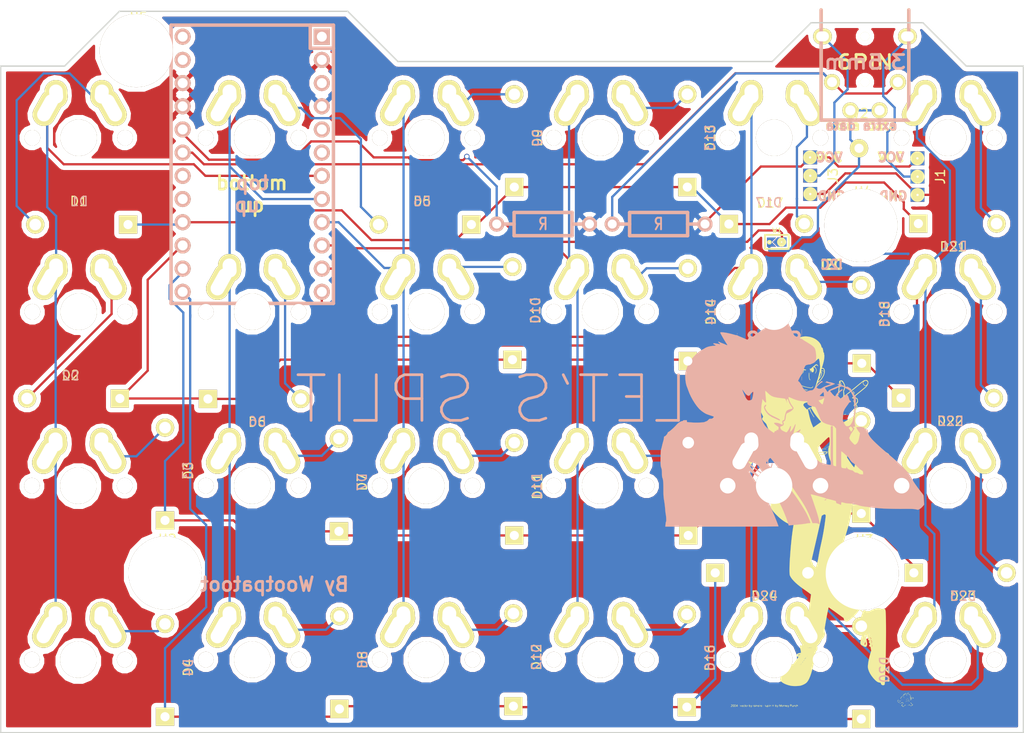
<source format=kicad_pcb>
(kicad_pcb (version 20171130) (host pcbnew "(5.0.0-3-g5ebb6b6)")
  (layers (0 F.Cu signal) (31 B.Cu signal) (34 B.Paste user) (35 F.Paste user) (36 B.SilkS user) (37 F.SilkS user) (38 B.Mask user) (39 F.Mask user) (44 Edge.Cuts user))
  (net 0 "")
  (net 1 "Net-(D1-Pad2)")
  (net 2 row0)
  (net 3 "Net-(D2-Pad2)")
  (net 4 row1)
  (net 5 "Net-(D3-Pad2)")
  (net 6 row2)
  (net 7 "Net-(D4-Pad2)")
  (net 8 row3)
  (net 9 "Net-(D5-Pad2)")
  (net 10 "Net-(D6-Pad2)")
  (net 11 "Net-(D7-Pad2)")
  (net 12 "Net-(D8-Pad2)")
  (net 13 "Net-(D9-Pad2)")
  (net 14 "Net-(D10-Pad2)")
  (net 15 "Net-(D11-Pad2)")
  (net 16 "Net-(D12-Pad2)")
  (net 17 "Net-(D13-Pad2)")
  (net 18 "Net-(D14-Pad2)")
  (net 19 "Net-(D15-Pad2)")
  (net 20 "Net-(D16-Pad2)")
  (net 21 "Net-(D17-Pad2)")
  (net 22 "Net-(D18-Pad2)")
  (net 23 "Net-(D19-Pad2)")
  (net 24 "Net-(D20-Pad2)")
  (net 25 "Net-(D21-Pad2)")
  (net 26 "Net-(D22-Pad2)")
  (net 27 "Net-(D23-Pad2)")
  (net 28 "Net-(D24-Pad2)")
  (net 29 GND)
  (net 30 "Net-(J1-Pad2)")
  (net 31 VCC)
  (net 32 data)
  (net 33 xtradata)
  (net 34 "Net-(J2-Pad4)")
  (net 35 "Net-(R1-Pad2)")
  (net 36 col0)
  (net 37 col1)
  (net 38 col2)
  (net 39 col3)
  (net 40 col4)
  (net 41 col5)
  (net 42 "Net-(U1-Pad1)")
  (net 43 "Net-(U1-Pad3)")
  (net 44 "Net-(U1-Pad5)")
  (net 45 "Net-(U1-Pad6)")
  (net 46 "Net-(U1-Pad22)")
  (net 47 "Net-(U1-Pad23)")
  (net 48 "Net-(U1-Pad28)")
  (net 49 "Net-(U1-Pad29)")
  (module Diodes_ThroughHole:Diode_DO-41_SOD81_Horizontal_RM10 (layer F.Cu) (at 131.25 110.5 90)
    (fp_text reference D20 (at 5.38734 2.53746 90) (layer F.SilkS))
    (fp_text value D)
    (fp_text user D20 (at 5.41 2.54 90) (layer B.SilkS) (effects (justify mirror)))
    (pad 2 thru_hole circle (at 10.16 -0.00254 270) (size 1.99898 1.99898) (drill 1.27) (layers *.Cu *.Mask F.SilkS) (net 24 "Net-(D20-Pad2)"))
    (pad 1 thru_hole rect (at 0 -0.00254 270) (size 1.99898 1.99898) (drill 1.00076) (layers *.Cu *.Mask F.SilkS) (net 8 row3))
  )
  (module Diodes_ThroughHole:Diode_DO-41_SOD81_Horizontal_RM10 (layer F.Cu) (at 74.1 109.4 90)
    (fp_text reference D8 (at 5.38734 2.53746 90) (layer F.SilkS))
    (fp_text value D)
    (fp_text user D8 (at 5.4 2.53 90) (layer B.SilkS) (effects (justify mirror)))
    (pad 2 thru_hole circle (at 10.16 -0.00254 270) (size 1.99898 1.99898) (drill 1.27) (layers *.Cu *.Mask F.SilkS) (net 12 "Net-(D8-Pad2)"))
    (pad 1 thru_hole rect (at 0 -0.00254 270) (size 1.99898 1.99898) (drill 1.00076) (layers *.Cu *.Mask F.SilkS) (net 8 row3))
  )
  (module Diodes_ThroughHole:Diode_DO-41_SOD81_Horizontal_RM10 (layer F.Cu) (at 93.15 109.1 90)
    (fp_text reference D12 (at 5.38734 2.53746 90) (layer F.SilkS))
    (fp_text value D)
    (fp_text user D12 (at 5.39 2.52 90) (layer B.SilkS) (effects (justify mirror)))
    (pad 2 thru_hole circle (at 10.16 -0.00254 270) (size 1.99898 1.99898) (drill 1.27) (layers *.Cu *.Mask F.SilkS) (net 16 "Net-(D12-Pad2)"))
    (pad 1 thru_hole rect (at 0 -0.00254 270) (size 1.99898 1.99898) (drill 1.00076) (layers *.Cu *.Mask F.SilkS) (net 8 row3))
  )
  (module Diodes_ThroughHole:Diode_DO-41_SOD81_Horizontal_RM10 (layer F.Cu) (at 112.15 109.2 90)
    (fp_text reference D16 (at 5.38734 2.53746 90) (layer F.SilkS))
    (fp_text value D)
    (fp_text user D16 (at 5.41 2.51 90) (layer B.SilkS) (effects (justify mirror)))
    (pad 2 thru_hole circle (at 10.16 -0.00254 270) (size 1.99898 1.99898) (drill 1.27) (layers *.Cu *.Mask F.SilkS) (net 20 "Net-(D16-Pad2)"))
    (pad 1 thru_hole rect (at 0 -0.00254 270) (size 1.99898 1.99898) (drill 1.00076) (layers *.Cu *.Mask F.SilkS) (net 8 row3))
  )
  (module Diodes_ThroughHole:Diode_DO-41_SOD81_Horizontal_RM10 (layer F.Cu) (at 115.25 94.5)
    (fp_text reference D24 (at 5.38734 2.53746) (layer F.SilkS))
    (fp_text value D)
    (fp_text user D24 (at 5.39 2.53) (layer B.SilkS) (effects (justify mirror)))
    (pad 2 thru_hole circle (at 10.16 -0.00254 180) (size 1.99898 1.99898) (drill 1.27) (layers *.Cu *.Mask F.SilkS) (net 28 "Net-(D24-Pad2)"))
    (pad 1 thru_hole rect (at 0 -0.00254 180) (size 1.99898 1.99898) (drill 1.00076) (layers *.Cu *.Mask F.SilkS) (net 8 row3))
  )
  (module Diodes_ThroughHole:Diode_DO-41_SOD81_Horizontal_RM10 (layer F.Cu) (at 135.6 75.35)
    (fp_text reference D22 (at 5.38734 2.53746) (layer F.SilkS))
    (fp_text value D)
    (fp_text user D22 (at 5.43 2.54) (layer B.SilkS) (effects (justify mirror)))
    (pad 2 thru_hole circle (at 10.16 -0.00254 180) (size 1.99898 1.99898) (drill 1.27) (layers *.Cu *.Mask F.SilkS) (net 26 "Net-(D22-Pad2)"))
    (pad 1 thru_hole rect (at 0 -0.00254 180) (size 1.99898 1.99898) (drill 1.00076) (layers *.Cu *.Mask F.SilkS) (net 4 row1))
  )
  (module Diodes_ThroughHole:Diode_DO-41_SOD81_Horizontal_RM10 (layer F.Cu) (at 137 94.5)
    (fp_text reference D23 (at 5.38734 2.53746) (layer F.SilkS))
    (fp_text value D)
    (fp_text user D23 (at 5.4 2.54) (layer B.SilkS) (effects (justify mirror)))
    (pad 2 thru_hole circle (at 10.16 -0.00254 180) (size 1.99898 1.99898) (drill 1.27) (layers *.Cu *.Mask F.SilkS) (net 27 "Net-(D23-Pad2)"))
    (pad 1 thru_hole rect (at 0 -0.00254 180) (size 1.99898 1.99898) (drill 1.00076) (layers *.Cu *.Mask F.SilkS) (net 6 row2))
  )
  (module Diodes_ThroughHole:Diode_DO-41_SOD81_Horizontal_RM10 (layer F.Cu) (at 112.3 90.4 90)
    (fp_text reference D15 (at 5.38734 2.53746 90) (layer F.SilkS))
    (fp_text value D)
    (fp_text user D15 (at 5.4 2.53 90) (layer B.SilkS) (effects (justify mirror)))
    (pad 2 thru_hole circle (at 10.16 -0.00254 270) (size 1.99898 1.99898) (drill 1.27) (layers *.Cu *.Mask F.SilkS) (net 19 "Net-(D15-Pad2)"))
    (pad 1 thru_hole rect (at 0 -0.00254 270) (size 1.99898 1.99898) (drill 1.00076) (layers *.Cu *.Mask F.SilkS) (net 6 row2))
  )
  (module Diodes_ThroughHole:Diode_DO-41_SOD81_Horizontal_RM10 (layer F.Cu) (at 93.25 90.4 90)
    (fp_text reference D11 (at 5.38734 2.53746 90) (layer F.SilkS))
    (fp_text value D)
    (fp_text user D11 (at 5.34 2.47 90) (layer B.SilkS) (effects (justify mirror)))
    (pad 2 thru_hole circle (at 10.16 -0.00254 270) (size 1.99898 1.99898) (drill 1.27) (layers *.Cu *.Mask F.SilkS) (net 15 "Net-(D11-Pad2)"))
    (pad 1 thru_hole rect (at 0 -0.00254 270) (size 1.99898 1.99898) (drill 1.00076) (layers *.Cu *.Mask F.SilkS) (net 6 row2))
  )
  (module Diodes_ThroughHole:Diode_DO-41_SOD81_Horizontal_RM10 (layer F.Cu) (at 74.05 89.95 90)
    (fp_text reference D7 (at 5.38734 2.53746 90) (layer F.SilkS))
    (fp_text value D)
    (fp_text user D7 (at 5.4 2.53 90) (layer B.SilkS) (effects (justify mirror)))
    (pad 2 thru_hole circle (at 10.16 -0.00254 270) (size 1.99898 1.99898) (drill 1.27) (layers *.Cu *.Mask F.SilkS) (net 11 "Net-(D7-Pad2)"))
    (pad 1 thru_hole rect (at 0 -0.00254 270) (size 1.99898 1.99898) (drill 1.00076) (layers *.Cu *.Mask F.SilkS) (net 6 row2))
  )
  (module Diodes_ThroughHole:Diode_DO-41_SOD81_Horizontal_RM10 (layer F.Cu) (at 50.05 75.4 180)
    (fp_text reference D2 (at 5.38734 2.53746 180) (layer F.SilkS))
    (fp_text value D)
    (fp_text user D2 (at 5.41 2.48 180) (layer B.SilkS) (effects (justify mirror)))
    (pad 2 thru_hole circle (at 10.16 -0.00254) (size 1.99898 1.99898) (drill 1.27) (layers *.Cu *.Mask F.SilkS) (net 3 "Net-(D2-Pad2)"))
    (pad 1 thru_hole rect (at 0 -0.00254) (size 1.99898 1.99898) (drill 1.00076) (layers *.Cu *.Mask F.SilkS) (net 4 row1))
  )
  (module Diodes_ThroughHole:Diode_DO-41_SOD81_Horizontal_RM10 (layer F.Cu) (at 55 110.25 90)
    (fp_text reference D4 (at 5.38734 2.53746 90) (layer F.SilkS))
    (fp_text value D)
    (fp_text user D4 (at 5.38 2.54 90) (layer B.SilkS) (effects (justify mirror)))
    (pad 2 thru_hole circle (at 10.16 -0.00254 270) (size 1.99898 1.99898) (drill 1.27) (layers *.Cu *.Mask F.SilkS) (net 7 "Net-(D4-Pad2)"))
    (pad 1 thru_hole rect (at 0 -0.00254 270) (size 1.99898 1.99898) (drill 1.00076) (layers *.Cu *.Mask F.SilkS) (net 8 row3))
  )
  (module Diodes_ThroughHole:Diode_DO-41_SOD81_Horizontal_RM10 (layer F.Cu) (at 59.7 75.45)
    (fp_text reference D6 (at 5.38734 2.53746) (layer F.SilkS))
    (fp_text value D)
    (fp_text user D6 (at 5.42 2.47) (layer B.SilkS) (effects (justify mirror)))
    (pad 2 thru_hole circle (at 10.16 -0.00254 180) (size 1.99898 1.99898) (drill 1.27) (layers *.Cu *.Mask F.SilkS) (net 10 "Net-(D6-Pad2)"))
    (pad 1 thru_hole rect (at 0 -0.00254 180) (size 1.99898 1.99898) (drill 1.00076) (layers *.Cu *.Mask F.SilkS) (net 4 row1))
  )
  (module Diodes_ThroughHole:Diode_DO-41_SOD81_Horizontal_RM10 (layer F.Cu) (at 93.05 71.15 90)
    (fp_text reference D10 (at 5.38734 2.53746 90) (layer F.SilkS))
    (fp_text value D)
    (fp_text user D10 (at 5.4 2.5 90) (layer B.SilkS) (effects (justify mirror)))
    (pad 2 thru_hole circle (at 10.16 -0.00254 270) (size 1.99898 1.99898) (drill 1.27) (layers *.Cu *.Mask F.SilkS) (net 14 "Net-(D10-Pad2)"))
    (pad 1 thru_hole rect (at 0 -0.00254 270) (size 1.99898 1.99898) (drill 1.00076) (layers *.Cu *.Mask F.SilkS) (net 4 row1))
  )
  (module Diodes_ThroughHole:Diode_DO-41_SOD81_Horizontal_RM10 (layer F.Cu) (at 112.25 71.3 90)
    (fp_text reference D14 (at 5.38734 2.53746 90) (layer F.SilkS))
    (fp_text value D)
    (fp_text user D14 (at 5.38 2.51 90) (layer B.SilkS) (effects (justify mirror)))
    (pad 2 thru_hole circle (at 10.16 -0.00254 270) (size 1.99898 1.99898) (drill 1.27) (layers *.Cu *.Mask F.SilkS) (net 18 "Net-(D14-Pad2)"))
    (pad 1 thru_hole rect (at 0 -0.00254 270) (size 1.99898 1.99898) (drill 1.00076) (layers *.Cu *.Mask F.SilkS) (net 4 row1))
  )
  (module Diodes_ThroughHole:Diode_DO-41_SOD81_Horizontal_RM10 (layer F.Cu) (at 131.3 71.55 90)
    (fp_text reference D18 (at 5.38734 2.53746 90) (layer F.SilkS))
    (fp_text value D)
    (fp_text user D18 (at 5.44 2.48 90) (layer B.SilkS) (effects (justify mirror)))
    (pad 2 thru_hole circle (at 8.55 -0.05 270) (size 1.99898 1.99898) (drill 1.27) (layers *.Cu *.Mask F.SilkS) (net 22 "Net-(D18-Pad2)"))
    (pad 1 thru_hole rect (at 0 -0.00254 270) (size 1.99898 1.99898) (drill 1.00076) (layers *.Cu *.Mask F.SilkS) (net 4 row1))
  )
  (module Diodes_ThroughHole:Diode_DO-41_SOD81_Horizontal_RM10 (layer F.Cu) (at 135.9 56.25)
    (fp_text reference D21 (at 5.38734 2.53746) (layer F.SilkS))
    (fp_text value D)
    (fp_text user D21 (at 5.51 2.49) (layer B.SilkS) (effects (justify mirror)))
    (pad 2 thru_hole circle (at 10.16 -0.00254 180) (size 1.99898 1.99898) (drill 1.27) (layers *.Cu *.Mask F.SilkS) (net 25 "Net-(D21-Pad2)"))
    (pad 1 thru_hole rect (at 1.6 0 180) (size 1.99898 1.99898) (drill 1.00076) (layers *.Cu *.Mask F.SilkS) (net 2 row0))
  )
  (module Diodes_ThroughHole:Diode_DO-41_SOD81_Horizontal_RM10 (layer F.Cu) (at 116.75 56.3)
    (fp_text reference D17 (at 4.5 -2.3) (layer F.SilkS))
    (fp_text value D)
    (fp_text user D17 (at 4.37 -2.35) (layer B.SilkS) (effects (justify mirror)))
    (pad 2 thru_hole circle (at 8.25 -0.05 180) (size 1.99898 1.99898) (drill 1.27) (layers *.Cu *.Mask F.SilkS) (net 21 "Net-(D17-Pad2)"))
    (pad 1 thru_hole rect (at 0 -0.00254 180) (size 1.99898 1.99898) (drill 1.00076) (layers *.Cu *.Mask F.SilkS) (net 2 row0))
  )
  (module Diodes_ThroughHole:Diode_DO-41_SOD81_Horizontal_RM10 (layer F.Cu) (at 112.2 52.25 90)
    (fp_text reference D13 (at 5.38734 2.53746 90) (layer F.SilkS))
    (fp_text value D)
    (fp_text user D13 (at 5.39 2.46 90) (layer B.SilkS) (effects (justify mirror)))
    (pad 2 thru_hole circle (at 10.16 -0.00254 270) (size 1.99898 1.99898) (drill 1.27) (layers *.Cu *.Mask F.SilkS) (net 17 "Net-(D13-Pad2)"))
    (pad 1 thru_hole rect (at 0 -0.00254 270) (size 1.99898 1.99898) (drill 1.00076) (layers *.Cu *.Mask F.SilkS) (net 2 row0))
  )
  (module Diodes_ThroughHole:Diode_DO-41_SOD81_Horizontal_RM10 (layer F.Cu) (at 93.25 52.25 90)
    (fp_text reference D9 (at 5.38734 2.53746 90) (layer F.SilkS))
    (fp_text value D)
    (fp_text user D9 (at 5.39 2.54 90) (layer B.SilkS) (effects (justify mirror)))
    (pad 2 thru_hole circle (at 10.16 -0.00254 270) (size 1.99898 1.99898) (drill 1.27) (layers *.Cu *.Mask F.SilkS) (net 13 "Net-(D9-Pad2)"))
    (pad 1 thru_hole rect (at 0 -0.00254 270) (size 1.99898 1.99898) (drill 1.00076) (layers *.Cu *.Mask F.SilkS) (net 2 row0))
  )
  (module Diodes_ThroughHole:Diode_DO-41_SOD81_Horizontal_RM10 (layer F.Cu) (at 88.55 56.35 180)
    (fp_text reference D5 (at 5.38734 2.53746 180) (layer F.SilkS))
    (fp_text value D)
    (fp_text user D5 (at 5.4 2.53 180) (layer B.SilkS) (effects (justify mirror)))
    (pad 2 thru_hole circle (at 10.16 -0.00254) (size 1.99898 1.99898) (drill 1.27) (layers *.Cu *.Mask F.SilkS) (net 9 "Net-(D5-Pad2)"))
    (pad 1 thru_hole rect (at 0 -0.00254) (size 1.99898 1.99898) (drill 1.00076) (layers *.Cu *.Mask F.SilkS) (net 2 row0))
  )
  (module Diodes_ThroughHole:Diode_DO-41_SOD81_Horizontal_RM10 (layer F.Cu) (at 50.95 56.35 180)
    (fp_text reference D1 (at 5.38734 2.53746 180) (layer F.SilkS))
    (fp_text value D)
    (fp_text user D1 (at 5.35 2.54 180) (layer B.SilkS) (effects (justify mirror)))
    (pad 2 thru_hole circle (at 10.16 -0.00254) (size 1.99898 1.99898) (drill 1.27) (layers *.Cu *.Mask F.SilkS) (net 1 "Net-(D1-Pad2)"))
    (pad 1 thru_hole rect (at 0 -0.00254) (size 1.99898 1.99898) (drill 1.00076) (layers *.Cu *.Mask F.SilkS) (net 2 row0))
  )
  (module Diodes_ThroughHole:Diode_DO-41_SOD81_Horizontal_RM10 (layer F.Cu) (at 55 88.75 90)
    (fp_text reference D3 (at 5.44 2.55 90) (layer F.SilkS))
    (fp_text value D)
    (fp_text user D3 (at 5.45 2.47 90) (layer B.SilkS) (effects (justify mirror)))
    (pad 2 thru_hole circle (at 10.16 -0.00254 270) (size 1.99898 1.99898) (drill 1.27) (layers *.Cu *.Mask F.SilkS) (net 5 "Net-(D3-Pad2)"))
    (pad 1 thru_hole rect (at 0 -0.00254 270) (size 1.99898 1.99898) (drill 1.00076) (layers *.Cu *.Mask F.SilkS) (net 6 row2))
  )
  (module LOGO (layer B.Cu) (at 118.75 78 180)
    (fp_text reference G*** hide)
    (fp_text value LOGO hide)
  )
  (module LOGO (layer F.Cu) (at 127 87.75)
    (fp_text reference G*** hide)
    (fp_text value LOGO hide)
  )
  (module Diodes_ThroughHole:Diode_DO-41_SOD81_Horizontal_RM10 (layer F.Cu) (at 131.25 88 90)
    (fp_text reference D19 (at 5.38734 2.53746 90) (layer F.SilkS))
    (fp_text value D)
    (pad 2 thru_hole circle (at 10.16 -0.00254 270) (size 1.99898 1.99898) (drill 1.27) (layers *.Cu *.Mask F.SilkS) (net 23 "Net-(D19-Pad2)"))
    (pad 1 thru_hole rect (at 0 -0.00254 270) (size 1.99898 1.99898) (drill 1.00076) (layers *.Cu *.Mask F.SilkS) (net 6 row2))
  )
  (module footprint:4pin35mmAudio (layer F.Cu) (at 131.65 32.85 270)
    (fp_text reference J2 hide)
    (fp_text value 6PIN (at 5.715 0) (layer F.SilkS) (effects (font (size 1.524 1.778) (thickness 0.3048))))
    (fp_text user 3.5mm (at 5.715 0) (layer B.SilkS) (effects (font (size 1.524 1.778) (thickness 0.3048)) (justify mirror)))
    (pad 1 thru_hole oval (at 2.8956 -4.6482 270) (size 1.7526 2.0574) (drill oval 1.0922 1.397) (layers *.Cu *.Mask F.SilkS) (net 30 "Net-(J1-Pad2)"))
    (pad 2 thru_hole circle (at 7.8994 3.6068 270) (size 1.7526 1.7526) (drill 1.0922) (layers *.Cu *.Mask F.SilkS) (net 32 data))
    (pad 3 thru_hole circle (at 10.9982 -1.6002 270) (size 1.7526 1.7526) (drill 1.0922) (layers *.Cu *.Mask F.SilkS) (net 33 xtradata))
    (pad 4 thru_hole oval (at 2.8956 4.6482 270) (size 1.7526 2.0574) (drill oval 1.0922 1.397) (layers *.Cu *.Mask F.SilkS) (net 34 "Net-(J2-Pad4)"))
    (pad 5 thru_hole circle (at 10.9982 1.6002 270) (size 1.7526 1.7526) (drill 1.0922) (layers *.Cu *.Mask F.SilkS) (net 33 xtradata))
    (pad 6 thru_hole circle (at 7.8994 -3.6068 270) (size 1.7526 1.7526) (drill 1.0922) (layers *.Cu *.Mask F.SilkS) (net 32 data))
    (pad HOLE np_thru_hole circle (at 2.8956 0 270) (size 0.9906 0.9906) (drill 0.9906) (layers *.Cu *.Mask F.SilkS))
    (pad HOLE np_thru_hole circle (at 7.8994 0 270) (size 0.9906 0.9906) (drill 0.9906) (layers *.Cu *.Mask F.SilkS))
  )
  (module footprint:RESISTOR (layer B.Cu) (at 96.4 56.3 180)
    (fp_text reference R1 hide)
    (fp_text value R (at 0 0) (layer B.SilkS) (effects (font (size 1.27 1.016) (thickness 0.2032)) (justify mirror)))
    (pad 1 thru_hole circle (at -5.08 0 180) (size 1.651 1.651) (drill 0.9906) (layers *.Cu *.SilkS *.Mask) (net 31 VCC))
    (pad 2 thru_hole circle (at 5.08 0 180) (size 1.651 1.651) (drill 0.9906) (layers *.Cu *.SilkS *.Mask) (net 35 "Net-(R1-Pad2)"))
  )
  (module footprint:RESISTOR (layer B.Cu) (at 109.05 56.3)
    (fp_text reference R2 hide)
    (fp_text value R (at 0 0) (layer B.SilkS) (effects (font (size 1.27 1.016) (thickness 0.2032)) (justify mirror)))
    (pad 1 thru_hole circle (at -5.08 0) (size 1.651 1.651) (drill 0.9906) (layers *.Cu *.SilkS *.Mask) (net 32 data))
    (pad 2 thru_hole circle (at 5.08 0) (size 1.651 1.651) (drill 0.9906) (layers *.Cu *.SilkS *.Mask) (net 31 VCC))
  )
  (module flipalps:MXALPS_FLIP (layer F.Cu) (at 45.55 46.85)
    (fp_text reference SW1 hide)
    (fp_text value SW_PUSH hide)
    (pad 1 thru_hole oval (at -2.48 -4.79 3.9) (size 2.5 3.08) (drill oval 1.5 2.08) (layers *.Cu *.Mask F.SilkS) (net 36 col0))
    (pad 2 thru_hole oval (at 3.595 -3.27 29) (size 2.5 4.17) (drill oval 1.5 3.17) (layers *.Cu *.Mask F.SilkS) (net 1 "Net-(D1-Pad2)"))
    (pad "" np_thru_hole circle (at 0 0) (size 3.98781 3.98781) (drill 3.9878) (layers *.Cu *.Mask F.SilkS) (clearance 0.1524))
    (pad "" np_thru_hole circle (at -5.08 0) (size 1.70181 1.70181) (drill 1.7018) (layers *.Cu *.Mask F.SilkS) (clearance 0.1524))
    (pad "" np_thru_hole circle (at 5.08 0) (size 1.70181 1.70181) (drill 1.7018) (layers *.Cu *.Mask F.SilkS) (clearance 0.1524))
    (pad 1 thru_hole oval (at -3.405 -3.27 330.95) (size 2.5 4.17) (drill oval 1.5 3.17) (layers *.Cu *.Mask F.SilkS) (net 36 col0))
    (pad 2 thru_hole oval (at 2.52 -4.79 356.1) (size 2.5 3.08) (drill oval 1.5 2.08) (layers *.Cu *.Mask F.SilkS) (net 1 "Net-(D1-Pad2)"))
  )
  (module flipalps:MXALPS_FLIP (layer F.Cu) (at 45.55 65.9)
    (fp_text reference SW2 hide)
    (fp_text value SW_PUSH hide)
    (pad 1 thru_hole oval (at -2.48 -4.79 3.9) (size 2.5 3.08) (drill oval 1.5 2.08) (layers *.Cu *.Mask F.SilkS) (net 36 col0))
    (pad 2 thru_hole oval (at 3.595 -3.27 29) (size 2.5 4.17) (drill oval 1.5 3.17) (layers *.Cu *.Mask F.SilkS) (net 3 "Net-(D2-Pad2)"))
    (pad "" np_thru_hole circle (at 0 0) (size 3.98781 3.98781) (drill 3.9878) (layers *.Cu *.Mask F.SilkS) (clearance 0.1524))
    (pad "" np_thru_hole circle (at -5.08 0) (size 1.70181 1.70181) (drill 1.7018) (layers *.Cu *.Mask F.SilkS) (clearance 0.1524))
    (pad "" np_thru_hole circle (at 5.08 0) (size 1.70181 1.70181) (drill 1.7018) (layers *.Cu *.Mask F.SilkS) (clearance 0.1524))
    (pad 1 thru_hole oval (at -3.405 -3.27 330.95) (size 2.5 4.17) (drill oval 1.5 3.17) (layers *.Cu *.Mask F.SilkS) (net 36 col0))
    (pad 2 thru_hole oval (at 2.52 -4.79 356.1) (size 2.5 3.08) (drill oval 1.5 2.08) (layers *.Cu *.Mask F.SilkS) (net 3 "Net-(D2-Pad2)"))
  )
  (module flipalps:MXALPS_FLIP (layer F.Cu) (at 45.5 84.95)
    (fp_text reference SW3 hide)
    (fp_text value SW_PUSH hide)
    (pad 1 thru_hole oval (at -2.48 -4.79 3.9) (size 2.5 3.08) (drill oval 1.5 2.08) (layers *.Cu *.Mask F.SilkS) (net 36 col0))
    (pad 2 thru_hole oval (at 3.595 -3.27 29) (size 2.5 4.17) (drill oval 1.5 3.17) (layers *.Cu *.Mask F.SilkS) (net 5 "Net-(D3-Pad2)"))
    (pad "" np_thru_hole circle (at 0 0) (size 3.98781 3.98781) (drill 3.9878) (layers *.Cu *.Mask F.SilkS) (clearance 0.1524))
    (pad "" np_thru_hole circle (at -5.08 0) (size 1.70181 1.70181) (drill 1.7018) (layers *.Cu *.Mask F.SilkS) (clearance 0.1524))
    (pad "" np_thru_hole circle (at 5.08 0) (size 1.70181 1.70181) (drill 1.7018) (layers *.Cu *.Mask F.SilkS) (clearance 0.1524))
    (pad 1 thru_hole oval (at -3.405 -3.27 330.95) (size 2.5 4.17) (drill oval 1.5 3.17) (layers *.Cu *.Mask F.SilkS) (net 36 col0))
    (pad 2 thru_hole oval (at 2.52 -4.79 356.1) (size 2.5 3.08) (drill oval 1.5 2.08) (layers *.Cu *.Mask F.SilkS) (net 5 "Net-(D3-Pad2)"))
  )
  (module flipalps:MXALPS_FLIP (layer F.Cu) (at 45.5 104)
    (fp_text reference SW4 hide)
    (fp_text value SW_PUSH hide)
    (pad 1 thru_hole oval (at -2.48 -4.79 3.9) (size 2.5 3.08) (drill oval 1.5 2.08) (layers *.Cu *.Mask F.SilkS) (net 36 col0))
    (pad 2 thru_hole oval (at 3.595 -3.27 29) (size 2.5 4.17) (drill oval 1.5 3.17) (layers *.Cu *.Mask F.SilkS) (net 7 "Net-(D4-Pad2)"))
    (pad "" np_thru_hole circle (at 0 0) (size 3.98781 3.98781) (drill 3.9878) (layers *.Cu *.Mask F.SilkS) (clearance 0.1524))
    (pad "" np_thru_hole circle (at -5.08 0) (size 1.70181 1.70181) (drill 1.7018) (layers *.Cu *.Mask F.SilkS) (clearance 0.1524))
    (pad "" np_thru_hole circle (at 5.08 0) (size 1.70181 1.70181) (drill 1.7018) (layers *.Cu *.Mask F.SilkS) (clearance 0.1524))
    (pad 1 thru_hole oval (at -3.405 -3.27 330.95) (size 2.5 4.17) (drill oval 1.5 3.17) (layers *.Cu *.Mask F.SilkS) (net 36 col0))
    (pad 2 thru_hole oval (at 2.52 -4.79 356.1) (size 2.5 3.08) (drill oval 1.5 2.08) (layers *.Cu *.Mask F.SilkS) (net 7 "Net-(D4-Pad2)"))
  )
  (module flipalps:MXALPS_FLIP (layer F.Cu) (at 64.55 46.85)
    (fp_text reference SW5 hide)
    (fp_text value SW_PUSH hide)
    (pad 1 thru_hole oval (at -2.48 -4.79 3.9) (size 2.5 3.08) (drill oval 1.5 2.08) (layers *.Cu *.Mask F.SilkS) (net 37 col1))
    (pad 2 thru_hole oval (at 3.595 -3.27 29) (size 2.5 4.17) (drill oval 1.5 3.17) (layers *.Cu *.Mask F.SilkS) (net 9 "Net-(D5-Pad2)"))
    (pad "" np_thru_hole circle (at 0 0) (size 3.98781 3.98781) (drill 3.9878) (layers *.Cu *.Mask F.SilkS) (clearance 0.1524))
    (pad "" np_thru_hole circle (at -5.08 0) (size 1.70181 1.70181) (drill 1.7018) (layers *.Cu *.Mask F.SilkS) (clearance 0.1524))
    (pad "" np_thru_hole circle (at 5.08 0) (size 1.70181 1.70181) (drill 1.7018) (layers *.Cu *.Mask F.SilkS) (clearance 0.1524))
    (pad 1 thru_hole oval (at -3.405 -3.27 330.95) (size 2.5 4.17) (drill oval 1.5 3.17) (layers *.Cu *.Mask F.SilkS) (net 37 col1))
    (pad 2 thru_hole oval (at 2.52 -4.79 356.1) (size 2.5 3.08) (drill oval 1.5 2.08) (layers *.Cu *.Mask F.SilkS) (net 9 "Net-(D5-Pad2)"))
  )
  (module flipalps:MXALPS_FLIP (layer F.Cu) (at 64.55 65.9)
    (fp_text reference SW6 hide)
    (fp_text value SW_PUSH hide)
    (pad 1 thru_hole oval (at -2.48 -4.79 3.9) (size 2.5 3.08) (drill oval 1.5 2.08) (layers *.Cu *.Mask F.SilkS) (net 37 col1))
    (pad 2 thru_hole oval (at 3.595 -3.27 29) (size 2.5 4.17) (drill oval 1.5 3.17) (layers *.Cu *.Mask F.SilkS) (net 10 "Net-(D6-Pad2)"))
    (pad "" np_thru_hole circle (at 0 0) (size 3.98781 3.98781) (drill 3.9878) (layers *.Cu *.Mask F.SilkS) (clearance 0.1524))
    (pad "" np_thru_hole circle (at -5.08 0) (size 1.70181 1.70181) (drill 1.7018) (layers *.Cu *.Mask F.SilkS) (clearance 0.1524))
    (pad "" np_thru_hole circle (at 5.08 0) (size 1.70181 1.70181) (drill 1.7018) (layers *.Cu *.Mask F.SilkS) (clearance 0.1524))
    (pad 1 thru_hole oval (at -3.405 -3.27 330.95) (size 2.5 4.17) (drill oval 1.5 3.17) (layers *.Cu *.Mask F.SilkS) (net 37 col1))
    (pad 2 thru_hole oval (at 2.52 -4.79 356.1) (size 2.5 3.08) (drill oval 1.5 2.08) (layers *.Cu *.Mask F.SilkS) (net 10 "Net-(D6-Pad2)"))
  )
  (module flipalps:MXALPS_FLIP (layer F.Cu) (at 64.55 84.95)
    (fp_text reference SW7 hide)
    (fp_text value SW_PUSH hide)
    (pad 1 thru_hole oval (at -2.48 -4.79 3.9) (size 2.5 3.08) (drill oval 1.5 2.08) (layers *.Cu *.Mask F.SilkS) (net 37 col1))
    (pad 2 thru_hole oval (at 3.595 -3.27 29) (size 2.5 4.17) (drill oval 1.5 3.17) (layers *.Cu *.Mask F.SilkS) (net 11 "Net-(D7-Pad2)"))
    (pad "" np_thru_hole circle (at 0 0) (size 3.98781 3.98781) (drill 3.9878) (layers *.Cu *.Mask F.SilkS) (clearance 0.1524))
    (pad "" np_thru_hole circle (at -5.08 0) (size 1.70181 1.70181) (drill 1.7018) (layers *.Cu *.Mask F.SilkS) (clearance 0.1524))
    (pad "" np_thru_hole circle (at 5.08 0) (size 1.70181 1.70181) (drill 1.7018) (layers *.Cu *.Mask F.SilkS) (clearance 0.1524))
    (pad 1 thru_hole oval (at -3.405 -3.27 330.95) (size 2.5 4.17) (drill oval 1.5 3.17) (layers *.Cu *.Mask F.SilkS) (net 37 col1))
    (pad 2 thru_hole oval (at 2.52 -4.79 356.1) (size 2.5 3.08) (drill oval 1.5 2.08) (layers *.Cu *.Mask F.SilkS) (net 11 "Net-(D7-Pad2)"))
  )
  (module flipalps:MXALPS_FLIP (layer F.Cu) (at 64.55 104)
    (fp_text reference SW8 hide)
    (fp_text value SW_PUSH hide)
    (pad 1 thru_hole oval (at -2.48 -4.79 3.9) (size 2.5 3.08) (drill oval 1.5 2.08) (layers *.Cu *.Mask F.SilkS) (net 37 col1))
    (pad 2 thru_hole oval (at 3.595 -3.27 29) (size 2.5 4.17) (drill oval 1.5 3.17) (layers *.Cu *.Mask F.SilkS) (net 12 "Net-(D8-Pad2)"))
    (pad "" np_thru_hole circle (at 0 0) (size 3.98781 3.98781) (drill 3.9878) (layers *.Cu *.Mask F.SilkS) (clearance 0.1524))
    (pad "" np_thru_hole circle (at -5.08 0) (size 1.70181 1.70181) (drill 1.7018) (layers *.Cu *.Mask F.SilkS) (clearance 0.1524))
    (pad "" np_thru_hole circle (at 5.08 0) (size 1.70181 1.70181) (drill 1.7018) (layers *.Cu *.Mask F.SilkS) (clearance 0.1524))
    (pad 1 thru_hole oval (at -3.405 -3.27 330.95) (size 2.5 4.17) (drill oval 1.5 3.17) (layers *.Cu *.Mask F.SilkS) (net 37 col1))
    (pad 2 thru_hole oval (at 2.52 -4.79 356.1) (size 2.5 3.08) (drill oval 1.5 2.08) (layers *.Cu *.Mask F.SilkS) (net 12 "Net-(D8-Pad2)"))
  )
  (module flipalps:MXALPS_FLIP (layer F.Cu) (at 83.6 46.85)
    (fp_text reference SW9 hide)
    (fp_text value SW_PUSH hide)
    (pad 1 thru_hole oval (at -2.48 -4.79 3.9) (size 2.5 3.08) (drill oval 1.5 2.08) (layers *.Cu *.Mask F.SilkS) (net 38 col2))
    (pad 2 thru_hole oval (at 3.595 -3.27 29) (size 2.5 4.17) (drill oval 1.5 3.17) (layers *.Cu *.Mask F.SilkS) (net 13 "Net-(D9-Pad2)"))
    (pad "" np_thru_hole circle (at 0 0) (size 3.98781 3.98781) (drill 3.9878) (layers *.Cu *.Mask F.SilkS) (clearance 0.1524))
    (pad "" np_thru_hole circle (at -5.08 0) (size 1.70181 1.70181) (drill 1.7018) (layers *.Cu *.Mask F.SilkS) (clearance 0.1524))
    (pad "" np_thru_hole circle (at 5.08 0) (size 1.70181 1.70181) (drill 1.7018) (layers *.Cu *.Mask F.SilkS) (clearance 0.1524))
    (pad 1 thru_hole oval (at -3.405 -3.27 330.95) (size 2.5 4.17) (drill oval 1.5 3.17) (layers *.Cu *.Mask F.SilkS) (net 38 col2))
    (pad 2 thru_hole oval (at 2.52 -4.79 356.1) (size 2.5 3.08) (drill oval 1.5 2.08) (layers *.Cu *.Mask F.SilkS) (net 13 "Net-(D9-Pad2)"))
  )
  (module flipalps:MXALPS_FLIP (layer F.Cu) (at 83.6 65.9)
    (fp_text reference SW10 hide)
    (fp_text value SW_PUSH hide)
    (pad 1 thru_hole oval (at -2.48 -4.79 3.9) (size 2.5 3.08) (drill oval 1.5 2.08) (layers *.Cu *.Mask F.SilkS) (net 38 col2))
    (pad 2 thru_hole oval (at 3.595 -3.27 29) (size 2.5 4.17) (drill oval 1.5 3.17) (layers *.Cu *.Mask F.SilkS) (net 14 "Net-(D10-Pad2)"))
    (pad "" np_thru_hole circle (at 0 0) (size 3.98781 3.98781) (drill 3.9878) (layers *.Cu *.Mask F.SilkS) (clearance 0.1524))
    (pad "" np_thru_hole circle (at -5.08 0) (size 1.70181 1.70181) (drill 1.7018) (layers *.Cu *.Mask F.SilkS) (clearance 0.1524))
    (pad "" np_thru_hole circle (at 5.08 0) (size 1.70181 1.70181) (drill 1.7018) (layers *.Cu *.Mask F.SilkS) (clearance 0.1524))
    (pad 1 thru_hole oval (at -3.405 -3.27 330.95) (size 2.5 4.17) (drill oval 1.5 3.17) (layers *.Cu *.Mask F.SilkS) (net 38 col2))
    (pad 2 thru_hole oval (at 2.52 -4.79 356.1) (size 2.5 3.08) (drill oval 1.5 2.08) (layers *.Cu *.Mask F.SilkS) (net 14 "Net-(D10-Pad2)"))
  )
  (module flipalps:MXALPS_FLIP (layer F.Cu) (at 83.6 84.95)
    (fp_text reference SW11 hide)
    (fp_text value SW_PUSH hide)
    (pad 1 thru_hole oval (at -2.48 -4.79 3.9) (size 2.5 3.08) (drill oval 1.5 2.08) (layers *.Cu *.Mask F.SilkS) (net 38 col2))
    (pad 2 thru_hole oval (at 3.595 -3.27 29) (size 2.5 4.17) (drill oval 1.5 3.17) (layers *.Cu *.Mask F.SilkS) (net 15 "Net-(D11-Pad2)"))
    (pad "" np_thru_hole circle (at 0 0) (size 3.98781 3.98781) (drill 3.9878) (layers *.Cu *.Mask F.SilkS) (clearance 0.1524))
    (pad "" np_thru_hole circle (at -5.08 0) (size 1.70181 1.70181) (drill 1.7018) (layers *.Cu *.Mask F.SilkS) (clearance 0.1524))
    (pad "" np_thru_hole circle (at 5.08 0) (size 1.70181 1.70181) (drill 1.7018) (layers *.Cu *.Mask F.SilkS) (clearance 0.1524))
    (pad 1 thru_hole oval (at -3.405 -3.27 330.95) (size 2.5 4.17) (drill oval 1.5 3.17) (layers *.Cu *.Mask F.SilkS) (net 38 col2))
    (pad 2 thru_hole oval (at 2.52 -4.79 356.1) (size 2.5 3.08) (drill oval 1.5 2.08) (layers *.Cu *.Mask F.SilkS) (net 15 "Net-(D11-Pad2)"))
  )
  (module flipalps:MXALPS_FLIP (layer F.Cu) (at 83.6 104)
    (fp_text reference SW12 hide)
    (fp_text value SW_PUSH hide)
    (pad 1 thru_hole oval (at -2.48 -4.79 3.9) (size 2.5 3.08) (drill oval 1.5 2.08) (layers *.Cu *.Mask F.SilkS) (net 38 col2))
    (pad 2 thru_hole oval (at 3.595 -3.27 29) (size 2.5 4.17) (drill oval 1.5 3.17) (layers *.Cu *.Mask F.SilkS) (net 16 "Net-(D12-Pad2)"))
    (pad "" np_thru_hole circle (at 0 0) (size 3.98781 3.98781) (drill 3.9878) (layers *.Cu *.Mask F.SilkS) (clearance 0.1524))
    (pad "" np_thru_hole circle (at -5.08 0) (size 1.70181 1.70181) (drill 1.7018) (layers *.Cu *.Mask F.SilkS) (clearance 0.1524))
    (pad "" np_thru_hole circle (at 5.08 0) (size 1.70181 1.70181) (drill 1.7018) (layers *.Cu *.Mask F.SilkS) (clearance 0.1524))
    (pad 1 thru_hole oval (at -3.405 -3.27 330.95) (size 2.5 4.17) (drill oval 1.5 3.17) (layers *.Cu *.Mask F.SilkS) (net 38 col2))
    (pad 2 thru_hole oval (at 2.52 -4.79 356.1) (size 2.5 3.08) (drill oval 1.5 2.08) (layers *.Cu *.Mask F.SilkS) (net 16 "Net-(D12-Pad2)"))
  )
  (module flipalps:MXALPS_FLIP (layer F.Cu) (at 102.65 46.85)
    (fp_text reference SW13 hide)
    (fp_text value SW_PUSH hide)
    (pad 1 thru_hole oval (at -2.48 -4.79 3.9) (size 2.5 3.08) (drill oval 1.5 2.08) (layers *.Cu *.Mask F.SilkS) (net 39 col3))
    (pad 2 thru_hole oval (at 3.595 -3.27 29) (size 2.5 4.17) (drill oval 1.5 3.17) (layers *.Cu *.Mask F.SilkS) (net 17 "Net-(D13-Pad2)"))
    (pad "" np_thru_hole circle (at 0 0) (size 3.98781 3.98781) (drill 3.9878) (layers *.Cu *.Mask F.SilkS) (clearance 0.1524))
    (pad "" np_thru_hole circle (at -5.08 0) (size 1.70181 1.70181) (drill 1.7018) (layers *.Cu *.Mask F.SilkS) (clearance 0.1524))
    (pad "" np_thru_hole circle (at 5.08 0) (size 1.70181 1.70181) (drill 1.7018) (layers *.Cu *.Mask F.SilkS) (clearance 0.1524))
    (pad 1 thru_hole oval (at -3.405 -3.27 330.95) (size 2.5 4.17) (drill oval 1.5 3.17) (layers *.Cu *.Mask F.SilkS) (net 39 col3))
    (pad 2 thru_hole oval (at 2.52 -4.79 356.1) (size 2.5 3.08) (drill oval 1.5 2.08) (layers *.Cu *.Mask F.SilkS) (net 17 "Net-(D13-Pad2)"))
  )
  (module flipalps:MXALPS_FLIP (layer F.Cu) (at 102.65 65.9)
    (fp_text reference SW14 hide)
    (fp_text value SW_PUSH hide)
    (pad 1 thru_hole oval (at -2.48 -4.79 3.9) (size 2.5 3.08) (drill oval 1.5 2.08) (layers *.Cu *.Mask F.SilkS) (net 39 col3))
    (pad 2 thru_hole oval (at 3.595 -3.27 29) (size 2.5 4.17) (drill oval 1.5 3.17) (layers *.Cu *.Mask F.SilkS) (net 18 "Net-(D14-Pad2)"))
    (pad "" np_thru_hole circle (at 0 0) (size 3.98781 3.98781) (drill 3.9878) (layers *.Cu *.Mask F.SilkS) (clearance 0.1524))
    (pad "" np_thru_hole circle (at -5.08 0) (size 1.70181 1.70181) (drill 1.7018) (layers *.Cu *.Mask F.SilkS) (clearance 0.1524))
    (pad "" np_thru_hole circle (at 5.08 0) (size 1.70181 1.70181) (drill 1.7018) (layers *.Cu *.Mask F.SilkS) (clearance 0.1524))
    (pad 1 thru_hole oval (at -3.405 -3.27 330.95) (size 2.5 4.17) (drill oval 1.5 3.17) (layers *.Cu *.Mask F.SilkS) (net 39 col3))
    (pad 2 thru_hole oval (at 2.52 -4.79 356.1) (size 2.5 3.08) (drill oval 1.5 2.08) (layers *.Cu *.Mask F.SilkS) (net 18 "Net-(D14-Pad2)"))
  )
  (module flipalps:MXALPS_FLIP (layer F.Cu) (at 102.65 84.95)
    (fp_text reference SW15 hide)
    (fp_text value SW_PUSH hide)
    (pad 1 thru_hole oval (at -2.48 -4.79 3.9) (size 2.5 3.08) (drill oval 1.5 2.08) (layers *.Cu *.Mask F.SilkS) (net 39 col3))
    (pad 2 thru_hole oval (at 3.595 -3.27 29) (size 2.5 4.17) (drill oval 1.5 3.17) (layers *.Cu *.Mask F.SilkS) (net 19 "Net-(D15-Pad2)"))
    (pad "" np_thru_hole circle (at 0 0) (size 3.98781 3.98781) (drill 3.9878) (layers *.Cu *.Mask F.SilkS) (clearance 0.1524))
    (pad "" np_thru_hole circle (at -5.08 0) (size 1.70181 1.70181) (drill 1.7018) (layers *.Cu *.Mask F.SilkS) (clearance 0.1524))
    (pad "" np_thru_hole circle (at 5.08 0) (size 1.70181 1.70181) (drill 1.7018) (layers *.Cu *.Mask F.SilkS) (clearance 0.1524))
    (pad 1 thru_hole oval (at -3.405 -3.27 330.95) (size 2.5 4.17) (drill oval 1.5 3.17) (layers *.Cu *.Mask F.SilkS) (net 39 col3))
    (pad 2 thru_hole oval (at 2.52 -4.79 356.1) (size 2.5 3.08) (drill oval 1.5 2.08) (layers *.Cu *.Mask F.SilkS) (net 19 "Net-(D15-Pad2)"))
  )
  (module flipalps:MXALPS_FLIP (layer F.Cu) (at 102.65 104)
    (fp_text reference SW16 hide)
    (fp_text value SW_PUSH hide)
    (pad 1 thru_hole oval (at -2.48 -4.79 3.9) (size 2.5 3.08) (drill oval 1.5 2.08) (layers *.Cu *.Mask F.SilkS) (net 39 col3))
    (pad 2 thru_hole oval (at 3.595 -3.27 29) (size 2.5 4.17) (drill oval 1.5 3.17) (layers *.Cu *.Mask F.SilkS) (net 20 "Net-(D16-Pad2)"))
    (pad "" np_thru_hole circle (at 0 0) (size 3.98781 3.98781) (drill 3.9878) (layers *.Cu *.Mask F.SilkS) (clearance 0.1524))
    (pad "" np_thru_hole circle (at -5.08 0) (size 1.70181 1.70181) (drill 1.7018) (layers *.Cu *.Mask F.SilkS) (clearance 0.1524))
    (pad "" np_thru_hole circle (at 5.08 0) (size 1.70181 1.70181) (drill 1.7018) (layers *.Cu *.Mask F.SilkS) (clearance 0.1524))
    (pad 1 thru_hole oval (at -3.405 -3.27 330.95) (size 2.5 4.17) (drill oval 1.5 3.17) (layers *.Cu *.Mask F.SilkS) (net 39 col3))
    (pad 2 thru_hole oval (at 2.52 -4.79 356.1) (size 2.5 3.08) (drill oval 1.5 2.08) (layers *.Cu *.Mask F.SilkS) (net 20 "Net-(D16-Pad2)"))
  )
  (module flipalps:MXALPS_FLIP (layer F.Cu) (at 121.7 46.85)
    (fp_text reference SW17 hide)
    (fp_text value SW_PUSH hide)
    (pad 1 thru_hole oval (at -2.48 -4.79 3.9) (size 2.5 3.08) (drill oval 1.5 2.08) (layers *.Cu *.Mask F.SilkS) (net 40 col4))
    (pad 2 thru_hole oval (at 3.595 -3.27 29) (size 2.5 4.17) (drill oval 1.5 3.17) (layers *.Cu *.Mask F.SilkS) (net 21 "Net-(D17-Pad2)"))
    (pad "" np_thru_hole circle (at 0 0) (size 3.98781 3.98781) (drill 3.9878) (layers *.Cu *.Mask F.SilkS) (clearance 0.1524))
    (pad "" np_thru_hole circle (at -5.08 0) (size 1.70181 1.70181) (drill 1.7018) (layers *.Cu *.Mask F.SilkS) (clearance 0.1524))
    (pad "" np_thru_hole circle (at 5.08 0) (size 1.70181 1.70181) (drill 1.7018) (layers *.Cu *.Mask F.SilkS) (clearance 0.1524))
    (pad 1 thru_hole oval (at -3.405 -3.27 330.95) (size 2.5 4.17) (drill oval 1.5 3.17) (layers *.Cu *.Mask F.SilkS) (net 40 col4))
    (pad 2 thru_hole oval (at 2.52 -4.79 356.1) (size 2.5 3.08) (drill oval 1.5 2.08) (layers *.Cu *.Mask F.SilkS) (net 21 "Net-(D17-Pad2)"))
  )
  (module flipalps:MXALPS_FLIP (layer F.Cu) (at 121.7 65.9)
    (fp_text reference SW18 (at 0 3.048) (layer B.SilkS) (effects (font (size 1.524 1.524) (thickness 0.3048)) (justify mirror)))
    (fp_text value SW_PUSH hide)
    (pad 1 thru_hole oval (at -2.48 -4.79 3.9) (size 2.5 3.08) (drill oval 1.5 2.08) (layers *.Cu *.Mask F.SilkS) (net 40 col4))
    (pad 2 thru_hole oval (at 3.595 -3.27 29) (size 2.5 4.17) (drill oval 1.5 3.17) (layers *.Cu *.Mask F.SilkS) (net 22 "Net-(D18-Pad2)"))
    (pad "" np_thru_hole circle (at 0 0) (size 3.98781 3.98781) (drill 3.9878) (layers *.Cu *.Mask F.SilkS) (clearance 0.1524))
    (pad "" np_thru_hole circle (at -5.08 0) (size 1.70181 1.70181) (drill 1.7018) (layers *.Cu *.Mask F.SilkS) (clearance 0.1524))
    (pad "" np_thru_hole circle (at 5.08 0) (size 1.70181 1.70181) (drill 1.7018) (layers *.Cu *.Mask F.SilkS) (clearance 0.1524))
    (pad 1 thru_hole oval (at -3.405 -3.27 330.95) (size 2.5 4.17) (drill oval 1.5 3.17) (layers *.Cu *.Mask F.SilkS) (net 40 col4))
    (pad 2 thru_hole oval (at 2.52 -4.79 356.1) (size 2.5 3.08) (drill oval 1.5 2.08) (layers *.Cu *.Mask F.SilkS) (net 22 "Net-(D18-Pad2)"))
  )
  (module flipalps:MXALPS_FLIP (layer F.Cu) (at 121.7 84.95)
    (fp_text reference SW19 hide)
    (fp_text value SW_PUSH hide)
    (pad 1 thru_hole oval (at -2.48 -4.79 3.9) (size 2.5 3.08) (drill oval 1.5 2.08) (layers *.Cu *.Mask F.SilkS) (net 40 col4))
    (pad 2 thru_hole oval (at 3.595 -3.27 29) (size 2.5 4.17) (drill oval 1.5 3.17) (layers *.Cu *.Mask F.SilkS) (net 23 "Net-(D19-Pad2)"))
    (pad "" np_thru_hole circle (at 0 0) (size 3.98781 3.98781) (drill 3.9878) (layers *.Cu *.Mask F.SilkS) (clearance 0.1524))
    (pad "" np_thru_hole circle (at -5.08 0) (size 1.70181 1.70181) (drill 1.7018) (layers *.Cu *.Mask F.SilkS) (clearance 0.1524))
    (pad "" np_thru_hole circle (at 5.08 0) (size 1.70181 1.70181) (drill 1.7018) (layers *.Cu *.Mask F.SilkS) (clearance 0.1524))
    (pad 1 thru_hole oval (at -3.405 -3.27 330.95) (size 2.5 4.17) (drill oval 1.5 3.17) (layers *.Cu *.Mask F.SilkS) (net 40 col4))
    (pad 2 thru_hole oval (at 2.52 -4.79 356.1) (size 2.5 3.08) (drill oval 1.5 2.08) (layers *.Cu *.Mask F.SilkS) (net 23 "Net-(D19-Pad2)"))
  )
  (module flipalps:MXALPS_FLIP (layer F.Cu) (at 121.7 104)
    (fp_text reference "" (at 0 3.048) (layer B.SilkS) (effects (font (size 1.524 1.524) (thickness 0.3048)) (justify mirror)))
    (fp_text value SW_PUSH hide)
    (pad 1 thru_hole oval (at -2.48 -4.79 3.9) (size 2.5 3.08) (drill oval 1.5 2.08) (layers *.Cu *.Mask F.SilkS) (net 40 col4))
    (pad 2 thru_hole oval (at 3.595 -3.27 29) (size 2.5 4.17) (drill oval 1.5 3.17) (layers *.Cu *.Mask F.SilkS) (net 24 "Net-(D20-Pad2)"))
    (pad "" np_thru_hole circle (at 0 0) (size 3.98781 3.98781) (drill 3.9878) (layers *.Cu *.Mask F.SilkS) (clearance 0.1524))
    (pad "" np_thru_hole circle (at -5.08 0) (size 1.70181 1.70181) (drill 1.7018) (layers *.Cu *.Mask F.SilkS) (clearance 0.1524))
    (pad "" np_thru_hole circle (at 5.08 0) (size 1.70181 1.70181) (drill 1.7018) (layers *.Cu *.Mask F.SilkS) (clearance 0.1524))
    (pad 1 thru_hole oval (at -3.405 -3.27 330.95) (size 2.5 4.17) (drill oval 1.5 3.17) (layers *.Cu *.Mask F.SilkS) (net 40 col4))
    (pad 2 thru_hole oval (at 2.52 -4.79 356.1) (size 2.5 3.08) (drill oval 1.5 2.08) (layers *.Cu *.Mask F.SilkS) (net 24 "Net-(D20-Pad2)"))
  )
  (module flipalps:MXALPS_FLIP (layer F.Cu) (at 140.75 46.85)
    (fp_text reference SW21 hide)
    (fp_text value SW_PUSH hide)
    (pad 1 thru_hole oval (at -2.48 -4.79 3.9) (size 2.5 3.08) (drill oval 1.5 2.08) (layers *.Cu *.Mask F.SilkS) (net 41 col5))
    (pad 2 thru_hole oval (at 3.595 -3.27 29) (size 2.5 4.17) (drill oval 1.5 3.17) (layers *.Cu *.Mask F.SilkS) (net 25 "Net-(D21-Pad2)"))
    (pad "" np_thru_hole circle (at 0 0) (size 3.98781 3.98781) (drill 3.9878) (layers *.Cu *.Mask F.SilkS) (clearance 0.1524))
    (pad "" np_thru_hole circle (at -5.08 0) (size 1.70181 1.70181) (drill 1.7018) (layers *.Cu *.Mask F.SilkS) (clearance 0.1524))
    (pad "" np_thru_hole circle (at 5.08 0) (size 1.70181 1.70181) (drill 1.7018) (layers *.Cu *.Mask F.SilkS) (clearance 0.1524))
    (pad 1 thru_hole oval (at -3.405 -3.27 330.95) (size 2.5 4.17) (drill oval 1.5 3.17) (layers *.Cu *.Mask F.SilkS) (net 41 col5))
    (pad 2 thru_hole oval (at 2.52 -4.79 356.1) (size 2.5 3.08) (drill oval 1.5 2.08) (layers *.Cu *.Mask F.SilkS) (net 25 "Net-(D21-Pad2)"))
  )
  (module flipalps:MXALPS_FLIP (layer F.Cu) (at 140.75 65.9)
    (fp_text reference SW22 hide)
    (fp_text value SW_PUSH hide)
    (pad 1 thru_hole oval (at -2.48 -4.79 3.9) (size 2.5 3.08) (drill oval 1.5 2.08) (layers *.Cu *.Mask F.SilkS) (net 41 col5))
    (pad 2 thru_hole oval (at 3.595 -3.27 29) (size 2.5 4.17) (drill oval 1.5 3.17) (layers *.Cu *.Mask F.SilkS) (net 26 "Net-(D22-Pad2)"))
    (pad "" np_thru_hole circle (at 0 0) (size 3.98781 3.98781) (drill 3.9878) (layers *.Cu *.Mask F.SilkS) (clearance 0.1524))
    (pad "" np_thru_hole circle (at -5.08 0) (size 1.70181 1.70181) (drill 1.7018) (layers *.Cu *.Mask F.SilkS) (clearance 0.1524))
    (pad "" np_thru_hole circle (at 5.08 0) (size 1.70181 1.70181) (drill 1.7018) (layers *.Cu *.Mask F.SilkS) (clearance 0.1524))
    (pad 1 thru_hole oval (at -3.405 -3.27 330.95) (size 2.5 4.17) (drill oval 1.5 3.17) (layers *.Cu *.Mask F.SilkS) (net 41 col5))
    (pad 2 thru_hole oval (at 2.52 -4.79 356.1) (size 2.5 3.08) (drill oval 1.5 2.08) (layers *.Cu *.Mask F.SilkS) (net 26 "Net-(D22-Pad2)"))
  )
  (module flipalps:MXALPS_FLIP (layer F.Cu) (at 140.75 84.95)
    (fp_text reference SW23 hide)
    (fp_text value SW_PUSH hide)
    (pad 1 thru_hole oval (at -2.48 -4.79 3.9) (size 2.5 3.08) (drill oval 1.5 2.08) (layers *.Cu *.Mask F.SilkS) (net 41 col5))
    (pad 2 thru_hole oval (at 3.595 -3.27 29) (size 2.5 4.17) (drill oval 1.5 3.17) (layers *.Cu *.Mask F.SilkS) (net 27 "Net-(D23-Pad2)"))
    (pad "" np_thru_hole circle (at 0 0) (size 3.98781 3.98781) (drill 3.9878) (layers *.Cu *.Mask F.SilkS) (clearance 0.1524))
    (pad "" np_thru_hole circle (at -5.08 0) (size 1.70181 1.70181) (drill 1.7018) (layers *.Cu *.Mask F.SilkS) (clearance 0.1524))
    (pad "" np_thru_hole circle (at 5.08 0) (size 1.70181 1.70181) (drill 1.7018) (layers *.Cu *.Mask F.SilkS) (clearance 0.1524))
    (pad 1 thru_hole oval (at -3.405 -3.27 330.95) (size 2.5 4.17) (drill oval 1.5 3.17) (layers *.Cu *.Mask F.SilkS) (net 41 col5))
    (pad 2 thru_hole oval (at 2.52 -4.79 356.1) (size 2.5 3.08) (drill oval 1.5 2.08) (layers *.Cu *.Mask F.SilkS) (net 27 "Net-(D23-Pad2)"))
  )
  (module flipalps:MXALPS_FLIP (layer F.Cu) (at 140.75 104)
    (fp_text reference "" (at 0 3.048) (layer B.SilkS) (effects (font (size 1.524 1.524) (thickness 0.3048)) (justify mirror)))
    (fp_text value SW_PUSH hide)
    (pad 1 thru_hole oval (at -2.48 -4.79 3.9) (size 2.5 3.08) (drill oval 1.5 2.08) (layers *.Cu *.Mask F.SilkS) (net 41 col5))
    (pad 2 thru_hole oval (at 3.595 -3.27 29) (size 2.5 4.17) (drill oval 1.5 3.17) (layers *.Cu *.Mask F.SilkS) (net 28 "Net-(D24-Pad2)"))
    (pad "" np_thru_hole circle (at 0 0) (size 3.98781 3.98781) (drill 3.9878) (layers *.Cu *.Mask F.SilkS) (clearance 0.1524))
    (pad "" np_thru_hole circle (at -5.08 0) (size 1.70181 1.70181) (drill 1.7018) (layers *.Cu *.Mask F.SilkS) (clearance 0.1524))
    (pad "" np_thru_hole circle (at 5.08 0) (size 1.70181 1.70181) (drill 1.7018) (layers *.Cu *.Mask F.SilkS) (clearance 0.1524))
    (pad 1 thru_hole oval (at -3.405 -3.27 330.95) (size 2.5 4.17) (drill oval 1.5 3.17) (layers *.Cu *.Mask F.SilkS) (net 41 col5))
    (pad 2 thru_hole oval (at 2.52 -4.79 356.1) (size 2.5 3.08) (drill oval 1.5 2.08) (layers *.Cu *.Mask F.SilkS) (net 28 "Net-(D24-Pad2)"))
  )
  (module footprint:TEENSY_2.0 (layer B.Cu) (at 64.55 49.75 270)
    (fp_text reference U1 hide)
    (fp_text value "" (at 0 0 270) (layer B.SilkS) (effects (font (size 3.048 2.54) (thickness 0.4572)) (justify mirror)))
    (pad 1 thru_hole rect (at -13.97 -7.62 270) (size 1.7526 1.7526) (drill 1.0922) (layers *.Cu *.SilkS *.Mask) (net 42 "Net-(U1-Pad1)"))
    (pad 2 thru_hole circle (at -11.43 -7.62 270) (size 1.7526 1.7526) (drill 1.0922) (layers *.Cu *.SilkS *.Mask) (net 29 GND))
    (pad 3 thru_hole circle (at -8.89 -7.62 270) (size 1.7526 1.7526) (drill 1.0922) (layers *.Cu *.SilkS *.Mask) (net 43 "Net-(U1-Pad3)"))
    (pad 4 thru_hole circle (at -6.35 -7.62 270) (size 1.7526 1.7526) (drill 1.0922) (layers *.Cu *.SilkS *.Mask) (net 31 VCC))
    (pad 5 thru_hole circle (at -3.81 -7.62 270) (size 1.7526 1.7526) (drill 1.0922) (layers *.Cu *.SilkS *.Mask) (net 44 "Net-(U1-Pad5)"))
    (pad 6 thru_hole circle (at -1.27 -7.62 270) (size 1.7526 1.7526) (drill 1.0922) (layers *.Cu *.SilkS *.Mask) (net 45 "Net-(U1-Pad6)"))
    (pad 7 thru_hole circle (at 1.27 -7.62 270) (size 1.7526 1.7526) (drill 1.0922) (layers *.Cu *.SilkS *.Mask) (net 36 col0))
    (pad 8 thru_hole circle (at 3.81 -7.62 270) (size 1.7526 1.7526) (drill 1.0922) (layers *.Cu *.SilkS *.Mask) (net 37 col1))
    (pad 9 thru_hole circle (at 6.35 -7.62 270) (size 1.7526 1.7526) (drill 1.0922) (layers *.Cu *.SilkS *.Mask) (net 38 col2))
    (pad 10 thru_hole circle (at 8.89 -7.62 270) (size 1.7526 1.7526) (drill 1.0922) (layers *.Cu *.SilkS *.Mask) (net 39 col3))
    (pad 11 thru_hole circle (at 11.43 -7.62 270) (size 1.7526 1.7526) (drill 1.0922) (layers *.Cu *.SilkS *.Mask) (net 40 col4))
    (pad 12 thru_hole circle (at 13.97 -7.62 270) (size 1.7526 1.7526) (drill 1.0922) (layers *.Cu *.SilkS *.Mask) (net 41 col5))
    (pad 18 thru_hole circle (at 13.97 7.62 270) (size 1.7526 1.7526) (drill 1.0922) (layers *.Cu *.SilkS *.Mask) (net 8 row3))
    (pad 19 thru_hole circle (at 11.43 7.62 270) (size 1.7526 1.7526) (drill 1.0922) (layers *.Cu *.SilkS *.Mask) (net 6 row2))
    (pad 20 thru_hole circle (at 8.89 7.62 270) (size 1.7526 1.7526) (drill 1.0922) (layers *.Cu *.SilkS *.Mask) (net 4 row1))
    (pad 21 thru_hole circle (at 6.35 7.62 270) (size 1.7526 1.7526) (drill 1.0922) (layers *.Cu *.SilkS *.Mask) (net 2 row0))
    (pad 22 thru_hole circle (at 3.81 7.62 270) (size 1.7526 1.7526) (drill 1.0922) (layers *.Cu *.SilkS *.Mask) (net 46 "Net-(U1-Pad22)"))
    (pad 23 thru_hole circle (at 1.27 7.62 270) (size 1.7526 1.7526) (drill 1.0922) (layers *.Cu *.SilkS *.Mask) (net 47 "Net-(U1-Pad23)"))
    (pad 24 thru_hole circle (at -1.27 7.62 270) (size 1.7526 1.7526) (drill 1.0922) (layers *.Cu *.SilkS *.Mask) (net 32 data))
    (pad 27 thru_hole circle (at -8.89 7.62 270) (size 1.7526 1.7526) (drill 1.0922) (layers *.Cu *.SilkS *.Mask) (net 29 GND))
    (pad 28 thru_hole circle (at -11.43 7.62 270) (size 1.7526 1.7526) (drill 1.0922) (layers *.Cu *.SilkS *.Mask) (net 48 "Net-(U1-Pad28)"))
    (pad 29 thru_hole circle (at -13.97 7.62 270) (size 1.7526 1.7526) (drill 1.0922) (layers *.Cu *.SilkS *.Mask) (net 49 "Net-(U1-Pad29)"))
    (pad 25 thru_hole circle (at -3.81 7.62 270) (size 1.7526 1.7526) (drill 1.0922) (layers *.Cu *.SilkS *.Mask) (net 35 "Net-(R1-Pad2)"))
    (pad 26 thru_hole circle (at -6.35 7.62 270) (size 1.7526 1.7526) (drill 1.0922) (layers *.Cu *.SilkS *.Mask) (net 29 GND))
  )
  (module Wire_Pads:SolderWirePad_single_2mmDrill (layer F.Cu) (at 131 48)
    (fp_text reference W2 (at 0 -3.81) (layer F.SilkS))
    (fp_text value TEST_1P)
    (pad 1 thru_hole circle (at 0 0) (size 2 2) (drill 1) (layers *.Cu *.Mask F.SilkS) (net 33 xtradata))
  )
  (module prettylib:jumper (layer F.Cu) (at 139.4 51.1 90)
    (fp_text reference J1 (at 0 0.5 90) (layer F.SilkS))
    (fp_text value 3PIN)
    (pad 1 smd rect (at -2 -2 90) (size 1.524 1.524) (layers F.Cu F.Paste F.Mask) (net 29 GND))
    (pad 2 smd rect (at 0 -2 90) (size 1.524 1.524) (layers F.Cu F.Paste F.Mask) (net 30 "Net-(J1-Pad2)"))
    (pad 3 smd rect (at 2 -2 90) (size 1.524 1.524) (layers F.Cu F.Paste F.Mask) (net 31 VCC))
    (pad 1 smd rect (at -2 -2 90) (size 1.524 1.524) (layers B.Cu F.Paste F.Mask) (net 29 GND))
    (pad 2 smd rect (at 0 -2 90) (size 1.524 1.524) (layers B.Cu F.Paste F.Mask) (net 30 "Net-(J1-Pad2)"))
    (pad 3 smd rect (at 2 -2 90) (size 1.524 1.524) (layers B.Cu F.Paste F.Mask) (net 31 VCC))
    (pad 2 thru_hole circle (at -0.01 -1.99 90) (size 1.524 1.524) (drill 0.25) (layers *.Cu *.Mask F.SilkS) (net 30 "Net-(J1-Pad2)"))
    (pad 3 thru_hole circle (at 2 -2.01 90) (size 1.524 1.524) (drill 0.25) (layers *.Cu *.Mask F.SilkS) (net 31 VCC))
    (pad 1 thru_hole circle (at -2.01 -1.99 90) (size 1.524 1.524) (drill 0.25) (layers *.Cu *.Mask F.SilkS) (net 29 GND))
  )
  (module prettylib:jumper (layer F.Cu) (at 127.65 51 90)
    (fp_text reference J3 (at 0 0.5 90) (layer F.SilkS))
    (fp_text value 3PIN)
    (pad 1 smd rect (at -2 -2 90) (size 1.524 1.524) (layers F.Cu F.Paste F.Mask) (net 29 GND))
    (pad 2 smd rect (at 0 -2 90) (size 1.524 1.524) (layers F.Cu F.Paste F.Mask) (net 34 "Net-(J2-Pad4)"))
    (pad 3 smd rect (at 2 -2 90) (size 1.524 1.524) (layers F.Cu F.Paste F.Mask) (net 31 VCC))
    (pad 1 smd rect (at -2 -2 90) (size 1.524 1.524) (layers B.Cu F.Paste F.Mask) (net 29 GND))
    (pad 2 smd rect (at 0 -2 90) (size 1.524 1.524) (layers B.Cu F.Paste F.Mask) (net 34 "Net-(J2-Pad4)"))
    (pad 3 smd rect (at 2 -2 90) (size 1.524 1.524) (layers B.Cu F.Paste F.Mask) (net 31 VCC))
    (pad 2 thru_hole circle (at -0.01 -1.99 90) (size 1.524 1.524) (drill 0.25) (layers *.Cu *.Mask F.SilkS) (net 34 "Net-(J2-Pad4)"))
    (pad 3 thru_hole circle (at 2 -2.01 90) (size 1.524 1.524) (drill 0.25) (layers *.Cu *.Mask F.SilkS) (net 31 VCC))
    (pad 1 thru_hole circle (at -2.01 -1.99 90) (size 1.524 1.524) (drill 0.25) (layers *.Cu *.Mask F.SilkS) (net 29 GND))
  )
  (module prettylib:JUMPER_SMD_2DUB (layer F.Cu) (at 122 58.25)
    (fp_text reference W1 (at 0 -1.2446) (layer F.SilkS) (effects (font (size 0.5 0.5) (thickness 0.1))))
    (fp_text value TEST)
    (pad 2 smd rect (at 0.0588 0.0254 45) (size 0.707 0.707) (layers F.Cu F.Paste F.Mask) (net 35 "Net-(R1-Pad2)"))
    (pad 1 smd trapezoid (at -0.5812 0.2754) (size 0.5001 0.5) (rect_delta 0 0.5) (layers F.Cu F.Paste F.Mask) (net 33 xtradata))
    (pad 1 smd trapezoid (at -0.5812 -0.2246 180) (size 0.5001 0.5) (rect_delta 0 0.5) (layers F.Cu F.Paste F.Mask) (net 33 xtradata))
    (pad 1 smd rect (at -0.8312 0.0254 180) (size 0.5 1) (layers F.Cu F.Paste F.Mask) (net 33 xtradata))
    (pad 1 smd trapezoid (at -0.5812 0.2754) (size 0.5001 0.5) (rect_delta 0 0.5) (layers B.Cu F.Paste F.Mask) (net 33 xtradata))
    (pad 2 smd rect (at 0.56 0.01) (size 1 1) (layers F.Cu F.Paste F.Mask) (net 35 "Net-(R1-Pad2)"))
    (pad 2 smd rect (at 0.0588 0.0254 45) (size 0.707 0.707) (layers B.Cu F.Paste F.Mask) (net 35 "Net-(R1-Pad2)"))
    (pad 1 smd trapezoid (at -0.5812 -0.2246 180) (size 0.5001 0.5) (rect_delta 0 0.5) (layers B.Cu F.Paste F.Mask) (net 33 xtradata))
    (pad 1 smd rect (at -0.8312 0.0254 180) (size 0.5 1) (layers B.Cu F.Paste F.Mask) (net 33 xtradata))
    (pad 2 smd rect (at 0.56 0.02) (size 1 1) (layers B.Cu F.Paste F.Mask) (net 35 "Net-(R1-Pad2)"))
    (pad 2 thru_hole circle (at 0.52 0.02) (size 1 1) (drill 0.15) (layers *.Cu *.Mask F.SilkS) (net 35 "Net-(R1-Pad2)"))
    (pad 1 thru_hole circle (at -0.82 0.04) (size 0.5 0.5) (drill 0.15) (layers *.Cu *.Mask F.SilkS) (net 33 xtradata))
  )
  (module prettylib:HOLE (layer F.Cu) (at 56.65 95.2)
    (fp_text reference U2 (at -1.4 -4.39) (layer F.SilkS))
    (fp_text value HOLE)
    (pad "" thru_hole circle (at -1.65 -0.7) (size 8 8) (drill 8) (layers *.Cu *.Mask F.SilkS))
  )
  (module prettylib:HOLE (layer F.Cu) (at 133 95.25)
    (fp_text reference U3 (at -1.4 -4.39) (layer F.SilkS))
    (fp_text value HOLE)
    (pad "" thru_hole circle (at -1.65 -0.7) (size 8 8) (drill 8) (layers *.Cu *.Mask F.SilkS))
  )
  (module prettylib:HOLE (layer F.Cu) (at 132.85 57.15)
    (fp_text reference U4 (at -1.4 -4.39) (layer F.SilkS))
    (fp_text value HOLE)
    (pad "" thru_hole circle (at -1.65 -0.7) (size 8 8) (drill 8) (layers *.Cu *.Mask F.SilkS))
  )
  (module prettylib:HOLE (layer F.Cu) (at 53.5 38)
    (fp_text reference U5 (at -1.4 -4.39) (layer F.SilkS))
    (fp_text value HOLE)
    (pad "" thru_hole circle (at -1.65 -0.7) (size 8 8) (drill 8) (layers *.Cu *.Mask F.SilkS))
  )
  (gr_text "LET'S SPLIT" (at 90.75 75.5) (layer B.SilkS) (effects (font (size 5 5) (thickness 0.3)) (justify mirror)))
  (gr_text "By Wootpatoot\n" (at 67 95.75) (layer B.SilkS) (effects (font (size 1.5 1.5) (thickness 0.3)) (justify mirror)))
  (gr_text "top \nup\n" (at 64 53) (layer B.SilkS) (effects (font (size 1.5 1.5) (thickness 0.3)) (justify mirror)))
  (gr_text "bottom\nup\n" (at 64.5 53) (layer F.SilkS) (effects (font (size 1.5 1.5) (thickness 0.3))))
  (gr_text "I2C\n" (at 128 60.75) (layer F.SilkS) (effects (font (size 1 1) (thickness 0.25))))
  (gr_text "I2C\n" (at 128 60.75) (layer B.SilkS) (effects (font (size 1 1) (thickness 0.25)) (justify mirror)))
  (gr_text "extra data\n" (at 131.25 45.5) (layer B.SilkS) (effects (font (size 1 1) (thickness 0.25)) (justify mirror)))
  (gr_text "extra data" (at 131.25 45.5) (layer F.SilkS) (effects (font (size 1 1) (thickness 0.25))))
  (gr_text GND (at 128 53.25) (layer F.SilkS) (effects (font (size 1 1) (thickness 0.25))))
  (gr_text VCC (at 127.75 49) (layer F.SilkS) (effects (font (size 1 1) (thickness 0.25))))
  (gr_text GND (at 128 53.25) (layer B.SilkS) (effects (font (size 1 1) (thickness 0.25)) (justify mirror)))
  (gr_text VCC (at 127.75 49) (layer B.SilkS) (effects (font (size 1 1) (thickness 0.25)) (justify mirror)))
  (gr_text "VCC\n" (at 134.5 49) (layer B.SilkS) (effects (font (size 1 1) (thickness 0.25)) (justify mirror)))
  (gr_text "GND\n" (at 134.75 53.25) (layer F.SilkS) (effects (font (size 1 1) (thickness 0.25))))
  (gr_text "GND\n" (at 134.75 53.25) (layer B.SilkS) (effects (font (size 1 1) (thickness 0.25)) (justify mirror)))
  (gr_text VCC (at 134.5 49) (layer F.SilkS) (effects (font (size 1 1) (thickness 0.25))))
  (gr_line (start 149 112) (end 37 112) (angle 90) (layer Edge.Cuts) (width 0.15))
  (gr_line (start 149 111.75) (end 149 112) (angle 90) (layer Edge.Cuts) (width 0.15))
  (gr_line (start 149 39) (end 149 111.75) (angle 90) (layer Edge.Cuts) (width 0.15))
  (gr_line (start 142.75 39) (end 149 39) (angle 90) (layer Edge.Cuts) (width 0.15))
  (gr_line (start 138 34.25) (end 142.75 39) (angle 90) (layer Edge.Cuts) (width 0.15))
  (gr_line (start 125.75 34.25) (end 138 34.25) (angle 90) (layer Edge.Cuts) (width 0.15))
  (gr_line (start 121.5 38.5) (end 125.75 34.25) (angle 90) (layer Edge.Cuts) (width 0.15))
  (gr_line (start 80.5 38.5) (end 121.5 38.5) (angle 90) (layer Edge.Cuts) (width 0.15))
  (gr_line (start 75 33) (end 80.5 38.5) (angle 90) (layer Edge.Cuts) (width 0.15))
  (gr_line (start 50 33) (end 75 33) (angle 90) (layer Edge.Cuts) (width 0.15))
  (gr_line (start 44 39) (end 50 33) (angle 90) (layer Edge.Cuts) (width 0.15))
  (gr_line (start 37 39) (end 44 39) (angle 90) (layer Edge.Cuts) (width 0.15))
  (gr_line (start 37 112) (end 37 39) (angle 90) (layer Edge.Cuts) (width 0.15))
  (segment (start 129.5 58) (end 129.5 57.95) (width 0.25) (layer F.Cu) (net 0))
  (segment (start 129.5 57.95) (end 129.35 57.8) (width 0.25) (layer F.Cu) (net 0))
  (segment (start 136.4 59.55) (end 130.2 59.55) (width 0.25) (layer B.Cu) (net 0))
  (segment (start 130.2 59.55) (end 130.15 59.6) (width 0.25) (layer B.Cu) (net 0))
  (segment (start 136.4 59.55) (end 136.35 59.6) (width 0.25) (layer B.Cu) (net 0))
  (segment (start 49.095 43.58) (end 48.33 43.58) (width 0.25) (layer B.Cu) (net 1))
  (segment (start 48.33 43.58) (end 44.55 39.8) (width 0.25) (layer B.Cu) (net 1))
  (segment (start 44.55 39.8) (end 41.7 39.8) (width 0.25) (layer B.Cu) (net 1))
  (segment (start 41.7 39.8) (end 38.75 42.75) (width 0.25) (layer B.Cu) (net 1))
  (segment (start 38.75 42.75) (end 38.75 54.31254) (width 0.25) (layer B.Cu) (net 1))
  (segment (start 38.75 54.31254) (end 40.79 56.35254) (width 0.25) (layer B.Cu) (net 1))
  (segment (start 135.9 53.9) (end 135.9 54.65) (width 0.25) (layer F.Cu) (net 2))
  (segment (start 121.20254 56.29746) (end 123 54.5) (width 0.25) (layer F.Cu) (net 2))
  (segment (start 123 54.5) (end 126.75 54.5) (width 0.25) (layer F.Cu) (net 2))
  (segment (start 126.75 54.5) (end 129.5 51.75) (width 0.25) (layer F.Cu) (net 2))
  (segment (start 129.5 51.75) (end 133.75 51.75) (width 0.25) (layer F.Cu) (net 2))
  (segment (start 133.75 51.75) (end 135.9 53.9) (width 0.25) (layer F.Cu) (net 2))
  (segment (start 116.75 56.29746) (end 121.20254 56.29746) (width 0.25) (layer F.Cu) (net 2))
  (segment (start 135.9 54.65) (end 137.5 56.25) (width 0.25) (layer F.Cu) (net 2))
  (segment (start 112.19746 52.25) (end 112.70254 52.25) (width 0.25) (layer B.Cu) (net 2))
  (segment (start 112.70254 52.25) (end 116.75 56.29746) (width 0.25) (layer B.Cu) (net 2))
  (segment (start 93.24746 52.25) (end 112.19746 52.25) (width 0.25) (layer F.Cu) (net 2))
  (segment (start 88.55 56.35254) (end 89.14492 56.35254) (width 0.25) (layer F.Cu) (net 2))
  (segment (start 89.14492 56.35254) (end 93.24746 52.25) (width 0.25) (layer F.Cu) (net 2))
  (segment (start 56.93 56.1) (end 69.75 56.1) (width 0.25) (layer F.Cu) (net 2))
  (segment (start 86.85254 58.05) (end 88.55 56.35254) (width 0.25) (layer F.Cu) (net 2))
  (segment (start 77.6 58.05) (end 86.85254 58.05) (width 0.25) (layer F.Cu) (net 2))
  (segment (start 74.35 54.8) (end 77.6 58.05) (width 0.25) (layer F.Cu) (net 2))
  (segment (start 71.05 54.8) (end 74.35 54.8) (width 0.25) (layer F.Cu) (net 2))
  (segment (start 69.75 56.1) (end 71.05 54.8) (width 0.25) (layer F.Cu) (net 2))
  (segment (start 50.95 56.35254) (end 56.67746 56.35254) (width 0.25) (layer B.Cu) (net 2))
  (segment (start 56.67746 56.35254) (end 56.93 56.1) (width 0.25) (layer B.Cu) (net 2))
  (segment (start 49.145 62.68) (end 49.145 66.14754) (width 0.25) (layer F.Cu) (net 3))
  (segment (start 49.145 66.14754) (end 39.89 75.40254) (width 0.25) (layer F.Cu) (net 3))
  (segment (start 93.04746 71.15) (end 112.09746 71.15) (width 0.25) (layer F.Cu) (net 4))
  (segment (start 112.09746 71.15) (end 112.49746 71.55) (width 0.25) (layer F.Cu) (net 4))
  (segment (start 112.49746 71.55) (end 131.80254 71.55) (width 0.25) (layer F.Cu) (net 4))
  (segment (start 131.80254 71.55) (end 135.6 75.34746) (width 0.25) (layer F.Cu) (net 4))
  (segment (start 59.7 75.44746) (end 63.35254 75.44746) (width 0.25) (layer F.Cu) (net 4))
  (segment (start 67.65 71.15) (end 93.04746 71.15) (width 0.25) (layer F.Cu) (net 4))
  (segment (start 63.35254 75.44746) (end 67.65 71.15) (width 0.25) (layer F.Cu) (net 4))
  (segment (start 56.93 58.64) (end 56.86 58.64) (width 0.25) (layer F.Cu) (net 4))
  (segment (start 56.86 58.64) (end 53.1 62.4) (width 0.25) (layer F.Cu) (net 4))
  (segment (start 53.1 62.4) (end 53.1 72.35254) (width 0.25) (layer F.Cu) (net 4))
  (segment (start 53.1 72.35254) (end 50.05 75.40254) (width 0.25) (layer F.Cu) (net 4))
  (segment (start 50.05 75.40254) (end 59.65508 75.40254) (width 0.25) (layer F.Cu) (net 4))
  (segment (start 59.65508 75.40254) (end 59.7 75.44746) (width 0.25) (layer F.Cu) (net 4))
  (segment (start 49.095 81.73) (end 51.85746 81.73) (width 0.25) (layer B.Cu) (net 5))
  (segment (start 51.85746 81.73) (end 54.99746 78.59) (width 0.25) (layer B.Cu) (net 5))
  (segment (start 131.24746 88) (end 114.69746 88) (width 0.25) (layer F.Cu) (net 6))
  (segment (start 114.69746 88) (end 112.29746 90.4) (width 0.25) (layer F.Cu) (net 6))
  (segment (start 137 94.49746) (end 137 93.75254) (width 0.25) (layer F.Cu) (net 6))
  (segment (start 137 93.75254) (end 131.24746 88) (width 0.25) (layer F.Cu) (net 6))
  (segment (start 57 66) (end 55.5 64.5) (width 0.25) (layer B.Cu) (net 6))
  (segment (start 54.99746 82.25254) (end 57 80.25) (width 0.25) (layer B.Cu) (net 6))
  (segment (start 57 80.25) (end 57 66) (width 0.25) (layer B.Cu) (net 6))
  (segment (start 54.99746 88.75) (end 54.99746 82.25254) (width 0.25) (layer B.Cu) (net 6))
  (segment (start 55.5 63) (end 56.93 61.57) (width 0.25) (layer B.Cu) (net 6))
  (segment (start 55.5 64.5) (end 55.5 63) (width 0.25) (layer B.Cu) (net 6))
  (segment (start 56.93 61.57) (end 56.93 61.18) (width 0.25) (layer B.Cu) (net 6))
  (segment (start 54.99746 88.75) (end 62.5 88.75) (width 0.25) (layer F.Cu) (net 6))
  (segment (start 63.7 89.95) (end 74.04746 89.95) (width 0.25) (layer F.Cu) (net 6))
  (segment (start 62.5 88.75) (end 63.7 89.95) (width 0.25) (layer F.Cu) (net 6))
  (segment (start 56.93 61.18) (end 56.32 61.18) (width 0.25) (layer B.Cu) (net 6))
  (segment (start 112.44746 90.25) (end 112.29746 90.4) (width 0.25) (layer F.Cu) (net 6))
  (segment (start 112.29746 90.4) (end 74.49746 90.4) (width 0.25) (layer F.Cu) (net 6))
  (segment (start 74.49746 90.4) (end 73.99746 89.9) (width 0.25) (layer F.Cu) (net 6))
  (segment (start 49.095 100.88) (end 54.20746 100.88) (width 0.25) (layer B.Cu) (net 7))
  (segment (start 54.20746 100.88) (end 54.99746 100.09) (width 0.25) (layer B.Cu) (net 7))
  (segment (start 48.64 98.74) (end 48.02 99.36) (width 0.25) (layer B.Cu) (net 7))
  (segment (start 48.02 99.36) (end 49.095 100.88) (width 0.25) (layer B.Cu) (net 7))
  (segment (start 131.24746 110.5) (end 115.75 110.5) (width 0.25) (layer F.Cu) (net 8))
  (segment (start 114.45 109.2) (end 112.14746 109.2) (width 0.25) (layer F.Cu) (net 8))
  (segment (start 115.75 110.5) (end 114.45 109.2) (width 0.25) (layer F.Cu) (net 8))
  (segment (start 57.75 64.54) (end 56.93 63.72) (width 0.25) (layer B.Cu) (net 8))
  (segment (start 54.99746 102.75254) (end 59.5 98.25) (width 0.25) (layer B.Cu) (net 8))
  (segment (start 59.5 98.25) (end 59.5 89.25) (width 0.25) (layer B.Cu) (net 8))
  (segment (start 54.99746 110.25) (end 54.99746 102.75254) (width 0.25) (layer B.Cu) (net 8))
  (segment (start 54.99746 110.25) (end 73.24746 110.25) (width 0.25) (layer F.Cu) (net 8))
  (segment (start 73.24746 110.25) (end 74.09746 109.4) (width 0.25) (layer F.Cu) (net 8))
  (segment (start 115.25 94.49746) (end 115.25 106.09746) (width 0.25) (layer B.Cu) (net 8))
  (segment (start 115.25 106.09746) (end 112.14746 109.2) (width 0.25) (layer B.Cu) (net 8))
  (segment (start 93.14746 109.1) (end 74.39746 109.1) (width 0.25) (layer F.Cu) (net 8))
  (segment (start 74.39746 109.1) (end 74.09746 109.4) (width 0.25) (layer F.Cu) (net 8))
  (segment (start 112.14746 109.2) (end 93.24746 109.2) (width 0.25) (layer F.Cu) (net 8))
  (segment (start 93.24746 109.2) (end 93.14746 109.1) (width 0.25) (layer F.Cu) (net 8))
  (segment (start 112.19746 109.25) (end 112.14746 109.2) (width 0.25) (layer F.Cu) (net 8))
  (segment (start 57.75 66.25) (end 57.75 64.54) (width 0.25) (layer B.Cu) (net 8))
  (segment (start 57.75 87.5) (end 57.75 66.25) (width 0.25) (layer B.Cu) (net 8))
  (segment (start 59.5 89.25) (end 57.75 87.5) (width 0.25) (layer B.Cu) (net 8))
  (segment (start 57.75 66.25) (end 57.75 66.5) (width 0.25) (layer B.Cu) (net 8))
  (segment (start 68.145 43.58) (end 69.88 43.58) (width 0.25) (layer B.Cu) (net 9))
  (segment (start 76.45 54.41254) (end 78.39 56.35254) (width 0.25) (layer B.Cu) (net 9))
  (segment (start 76.45 47) (end 76.45 54.41254) (width 0.25) (layer B.Cu) (net 9))
  (segment (start 74.15 44.7) (end 76.45 47) (width 0.25) (layer B.Cu) (net 9))
  (segment (start 71 44.7) (end 74.15 44.7) (width 0.25) (layer B.Cu) (net 9))
  (segment (start 69.88 43.58) (end 71 44.7) (width 0.25) (layer B.Cu) (net 9))
  (segment (start 68.145 62.63) (end 68.145 73.73246) (width 0.25) (layer B.Cu) (net 10))
  (segment (start 68.145 73.73246) (end 69.86 75.44746) (width 0.25) (layer B.Cu) (net 10))
  (segment (start 68.145 81.68) (end 72.15746 81.68) (width 0.25) (layer B.Cu) (net 11))
  (segment (start 72.15746 81.68) (end 74.04746 79.79) (width 0.25) (layer B.Cu) (net 11))
  (segment (start 68.145 100.73) (end 72.60746 100.73) (width 0.25) (layer B.Cu) (net 12))
  (segment (start 72.60746 100.73) (end 74.09746 99.24) (width 0.25) (layer B.Cu) (net 12))
  (segment (start 93.24746 42.09) (end 88.685 42.09) (width 0.25) (layer B.Cu) (net 13))
  (segment (start 88.685 42.09) (end 87.195 43.58) (width 0.25) (layer B.Cu) (net 13))
  (segment (start 93.04746 60.99) (end 86.24 60.99) (width 0.25) (layer B.Cu) (net 14))
  (segment (start 86.24 60.99) (end 86.12 61.11) (width 0.25) (layer B.Cu) (net 14))
  (segment (start 86.12 61.11) (end 87.195 62.63) (width 0.25) (layer B.Cu) (net 14))
  (segment (start 87.195 81.68) (end 91.80746 81.68) (width 0.25) (layer B.Cu) (net 15))
  (segment (start 91.80746 81.68) (end 93.24746 80.24) (width 0.25) (layer B.Cu) (net 15))
  (segment (start 87.195 100.73) (end 91.35746 100.73) (width 0.25) (layer B.Cu) (net 16))
  (segment (start 91.35746 100.73) (end 93.14746 98.94) (width 0.25) (layer B.Cu) (net 16))
  (segment (start 106.245 43.58) (end 110.70746 43.58) (width 0.25) (layer B.Cu) (net 17))
  (segment (start 110.70746 43.58) (end 112.19746 42.09) (width 0.25) (layer B.Cu) (net 17))
  (segment (start 112.24746 61.14) (end 107.735 61.14) (width 0.25) (layer B.Cu) (net 18))
  (segment (start 107.735 61.14) (end 106.245 62.63) (width 0.25) (layer B.Cu) (net 18))
  (segment (start 106.245 81.68) (end 110.85746 81.68) (width 0.25) (layer B.Cu) (net 19))
  (segment (start 110.85746 81.68) (end 112.29746 80.24) (width 0.25) (layer B.Cu) (net 19))
  (segment (start 106.245 100.73) (end 111.37 100.73) (width 0.25) (layer B.Cu) (net 20))
  (segment (start 111.37 100.73) (end 112.14746 99.95254) (width 0.25) (layer B.Cu) (net 20))
  (segment (start 112.14746 99.95254) (end 112.14746 99.04) (width 0.25) (layer B.Cu) (net 20))
  (segment (start 124.2 53.5) (end 124.2 55.45) (width 0.25) (layer B.Cu) (net 21))
  (segment (start 124.2 55.45) (end 125 56.25) (width 0.25) (layer B.Cu) (net 21))
  (segment (start 125.295 43.58) (end 125.295 46.755) (width 0.25) (layer B.Cu) (net 21))
  (segment (start 124.2 47.85) (end 124.2 53.5) (width 0.25) (layer B.Cu) (net 21))
  (segment (start 124.2 53.5) (end 124.2 53.58746) (width 0.25) (layer B.Cu) (net 21))
  (segment (start 125.295 46.755) (end 124.2 47.85) (width 0.25) (layer B.Cu) (net 21))
  (segment (start 125.295 62.63) (end 130.88 62.63) (width 0.25) (layer B.Cu) (net 22))
  (segment (start 130.88 62.63) (end 131.25 63) (width 0.25) (layer B.Cu) (net 22))
  (segment (start 125.295 81.68) (end 125.32 81.68) (width 0.25) (layer B.Cu) (net 23))
  (segment (start 125.32 81.68) (end 129.16 77.84) (width 0.25) (layer B.Cu) (net 23))
  (segment (start 129.16 77.84) (end 131.24746 77.84) (width 0.25) (layer B.Cu) (net 23))
  (segment (start 131.24746 100.34) (end 125.685 100.34) (width 0.25) (layer F.Cu) (net 24))
  (segment (start 125.685 100.34) (end 125.295 100.73) (width 0.25) (layer F.Cu) (net 24))
  (segment (start 124.34 99.09) (end 124.22 99.21) (width 0.25) (layer F.Cu) (net 24))
  (segment (start 124.22 99.21) (end 125.295 100.73) (width 0.25) (layer F.Cu) (net 24))
  (segment (start 144.345 43.58) (end 144.345 54.53246) (width 0.25) (layer B.Cu) (net 25))
  (segment (start 144.345 54.53246) (end 146.06 56.24746) (width 0.25) (layer B.Cu) (net 25))
  (segment (start 144.345 62.63) (end 144.345 73.93246) (width 0.25) (layer B.Cu) (net 26))
  (segment (start 144.345 73.93246) (end 145.76 75.34746) (width 0.25) (layer B.Cu) (net 26))
  (segment (start 145.98127 94.01873) (end 146.68127 94.01873) (width 0.25) (layer B.Cu) (net 27))
  (segment (start 146.68127 94.01873) (end 147.16 94.49746) (width 0.25) (layer B.Cu) (net 27))
  (segment (start 144.345 81.68) (end 144.345 92.38246) (width 0.25) (layer B.Cu) (net 27))
  (segment (start 144.345 92.38246) (end 145.98127 94.01873) (width 0.25) (layer B.Cu) (net 27))
  (segment (start 145.98127 94.01873) (end 146.11 94.14746) (width 0.25) (layer B.Cu) (net 27))
  (segment (start 125.41 94.49746) (end 125.41 96.41) (width 0.25) (layer B.Cu) (net 28))
  (segment (start 144 106) (end 144 101.075) (width 0.25) (layer B.Cu) (net 28))
  (segment (start 143.25 106.75) (end 144 106) (width 0.25) (layer B.Cu) (net 28))
  (segment (start 135.75 106.75) (end 143.25 106.75) (width 0.25) (layer B.Cu) (net 28))
  (segment (start 125.41 96.41) (end 135.75 106.75) (width 0.25) (layer B.Cu) (net 28))
  (segment (start 144 101.075) (end 144.345 100.73) (width 0.25) (layer B.Cu) (net 28))
  (segment (start 137.4 53.1) (end 139.35 53.1) (width 0.25) (layer F.Cu) (net 29))
  (segment (start 139.35 53.1) (end 139.5 53.25) (width 0.25) (layer F.Cu) (net 29))
  (segment (start 125.65 53) (end 127.25 53) (width 0.25) (layer F.Cu) (net 29))
  (segment (start 135.05 50.75) (end 137.4 53.1) (width 0.25) (layer F.Cu) (net 29))
  (segment (start 129.5 50.75) (end 135.05 50.75) (width 0.25) (layer F.Cu) (net 29))
  (segment (start 127.25 53) (end 129.5 50.75) (width 0.25) (layer F.Cu) (net 29))
  (segment (start 136.2982 35.7456) (end 136.2982 36.0018) (width 0.25) (layer B.Cu) (net 30))
  (segment (start 136.2982 36.0018) (end 133.65 38.65) (width 0.25) (layer B.Cu) (net 30))
  (segment (start 133.65 38.65) (end 133.65 42.3) (width 0.25) (layer B.Cu) (net 30))
  (segment (start 133.65 42.3) (end 134.9 43.55) (width 0.25) (layer B.Cu) (net 30))
  (segment (start 134.9 43.55) (end 134.9 45.45) (width 0.25) (layer B.Cu) (net 30))
  (segment (start 134.9 45.45) (end 134.1 46.25) (width 0.25) (layer B.Cu) (net 30))
  (segment (start 134.1 46.25) (end 134.1 49.3) (width 0.25) (layer B.Cu) (net 30))
  (segment (start 134.1 49.3) (end 135.9 51.1) (width 0.25) (layer B.Cu) (net 30))
  (segment (start 135.9 51.1) (end 137.4 51.1) (width 0.25) (layer B.Cu) (net 30))
  (segment (start 125.65 49) (end 127.75 49) (width 0.25) (layer F.Cu) (net 31))
  (segment (start 136.5 50) (end 137.4 49.1) (width 0.25) (layer F.Cu) (net 31))
  (segment (start 128.75 50) (end 136.5 50) (width 0.25) (layer F.Cu) (net 31))
  (segment (start 127.75 49) (end 128.75 50) (width 0.25) (layer F.Cu) (net 31))
  (segment (start 114.13 56.3) (end 114.13 56.12) (width 0.25) (layer F.Cu) (net 31))
  (segment (start 114.13 56.12) (end 120.25 50) (width 0.25) (layer F.Cu) (net 31))
  (segment (start 120.25 50) (end 124.65 50) (width 0.25) (layer F.Cu) (net 31))
  (segment (start 124.65 50) (end 125.65 49) (width 0.25) (layer F.Cu) (net 31))
  (segment (start 103.97 56.3) (end 103.97 53.33) (width 0.25) (layer B.Cu) (net 32))
  (segment (start 127.0938 39.8) (end 128.0432 40.7494) (width 0.25) (layer B.Cu) (net 32))
  (segment (start 117.5 39.8) (end 127.0938 39.8) (width 0.25) (layer B.Cu) (net 32))
  (segment (start 103.97 53.33) (end 117.5 39.8) (width 0.25) (layer B.Cu) (net 32))
  (segment (start 63.45 49.75) (end 59.25 49.75) (width 0.25) (layer F.Cu) (net 32))
  (segment (start 57.98 48.48) (end 56.93 48.48) (width 0.25) (layer F.Cu) (net 32))
  (segment (start 59.25 49.75) (end 57.98 48.48) (width 0.25) (layer F.Cu) (net 32))
  (segment (start 127.0938 39.8) (end 128.0432 40.7494) (width 0.25) (layer F.Cu) (net 32))
  (segment (start 117.45 39.8) (end 127.0938 39.8) (width 0.25) (layer F.Cu) (net 32))
  (segment (start 107.5 49.75) (end 117.45 39.8) (width 0.25) (layer F.Cu) (net 32))
  (segment (start 63.35 49.75) (end 63.45 49.75) (width 0.25) (layer F.Cu) (net 32))
  (segment (start 63.45 49.75) (end 107.5 49.75) (width 0.25) (layer F.Cu) (net 32))
  (segment (start 128.0432 40.7494) (end 128.0994 40.7494) (width 0.25) (layer F.Cu) (net 32))
  (segment (start 128.0994 40.7494) (end 129.35 42) (width 0.25) (layer F.Cu) (net 32))
  (segment (start 129.35 42) (end 134.0062 42) (width 0.25) (layer F.Cu) (net 32))
  (segment (start 134.0062 42) (end 135.2568 40.7494) (width 0.25) (layer F.Cu) (net 32))
  (segment (start 121.1688 58.2754) (end 121.1688 59.1688) (width 0.25) (layer B.Cu) (net 33))
  (segment (start 131 50) (end 131 48) (width 0.25) (layer B.Cu) (net 33))
  (segment (start 126.5 54.5) (end 131 50) (width 0.25) (layer B.Cu) (net 33))
  (segment (start 126.5 57) (end 126.5 54.5) (width 0.25) (layer B.Cu) (net 33))
  (segment (start 125.75 57.75) (end 126.5 57) (width 0.25) (layer B.Cu) (net 33))
  (segment (start 124.75 57.75) (end 125.75 57.75) (width 0.25) (layer B.Cu) (net 33))
  (segment (start 123.25 59.25) (end 124.75 57.75) (width 0.25) (layer B.Cu) (net 33))
  (segment (start 121.25 59.25) (end 123.25 59.25) (width 0.25) (layer B.Cu) (net 33))
  (segment (start 121.1688 59.1688) (end 121.25 59.25) (width 0.25) (layer B.Cu) (net 33))
  (segment (start 130.0498 43.8482) (end 130.0498 47.0498) (width 0.25) (layer B.Cu) (net 33))
  (segment (start 130.0498 47.0498) (end 131 48) (width 0.25) (layer B.Cu) (net 33))
  (segment (start 130.0498 43.8482) (end 133.2502 43.8482) (width 0.25) (layer B.Cu) (net 33))
  (segment (start 125.65 51) (end 126.7 51) (width 0.25) (layer B.Cu) (net 34))
  (segment (start 129.75 38.4938) (end 127.0018 35.7456) (width 0.25) (layer B.Cu) (net 34))
  (segment (start 129.75 41.55) (end 129.75 38.4938) (width 0.25) (layer B.Cu) (net 34))
  (segment (start 128.3 43) (end 129.75 41.55) (width 0.25) (layer B.Cu) (net 34))
  (segment (start 128.3 49.4) (end 128.3 43) (width 0.25) (layer B.Cu) (net 34))
  (segment (start 126.7 51) (end 128.3 49.4) (width 0.25) (layer B.Cu) (net 34))
  (segment (start 91.32 56.3) (end 92.3 56.3) (width 0.25) (layer F.Cu) (net 35))
  (segment (start 122.56 57.31) (end 122.56 58.26) (width 0.25) (layer F.Cu) (net 35))
  (segment (start 122.25 57) (end 122.56 57.31) (width 0.25) (layer F.Cu) (net 35))
  (segment (start 120 57) (end 122.25 57) (width 0.25) (layer F.Cu) (net 35))
  (segment (start 118.75 58.25) (end 120 57) (width 0.25) (layer F.Cu) (net 35))
  (segment (start 94.25 58.25) (end 118.75 58.25) (width 0.25) (layer F.Cu) (net 35))
  (segment (start 92.3 56.3) (end 94.25 58.25) (width 0.25) (layer F.Cu) (net 35))
  (segment (start 56.93 45.94) (end 56.93 46.38) (width 0.25) (layer F.Cu) (net 35))
  (segment (start 56.93 46.38) (end 59.8 49.25) (width 0.25) (layer F.Cu) (net 35))
  (segment (start 59.8 49.25) (end 69 49.25) (width 0.25) (layer F.Cu) (net 35))
  (segment (start 69 49.25) (end 71 47.25) (width 0.25) (layer F.Cu) (net 35))
  (segment (start 71 47.25) (end 76.1 47.25) (width 0.25) (layer F.Cu) (net 35))
  (segment (start 76.1 47.25) (end 77.85 49) (width 0.25) (layer F.Cu) (net 35))
  (segment (start 77.85 49) (end 81.65 49) (width 0.25) (layer F.Cu) (net 35))
  (segment (start 81.65 49) (end 81.949998 49.299998) (width 0.25) (layer F.Cu) (net 35))
  (segment (start 81.949998 49.299998) (end 87.650002 49.299998) (width 0.25) (layer F.Cu) (net 35))
  (segment (start 87.650002 49.299998) (end 88.05 48.9) (width 0.25) (layer F.Cu) (net 35))
  (via (at 88.05 48.9) (size 0.6) (drill 0.4) (layers F.Cu B.Cu) (net 35))
  (segment (start 88.05 48.9) (end 91.32 52.17) (width 0.25) (layer B.Cu) (net 35))
  (segment (start 91.32 52.17) (end 91.32 56.3) (width 0.25) (layer B.Cu) (net 35))
  (segment (start 43.02 65) (end 43.02 63.555) (width 0.25) (layer B.Cu) (net 36))
  (segment (start 43.02 63.555) (end 42.145 62.68) (width 0.25) (layer B.Cu) (net 36))
  (segment (start 42.145 62.68) (end 42.145 62.085) (width 0.25) (layer B.Cu) (net 36))
  (segment (start 42.145 62.085) (end 43.07 61.16) (width 0.25) (layer B.Cu) (net 36))
  (segment (start 72.17 51.02) (end 59.42 51.02) (width 0.25) (layer F.Cu) (net 36))
  (segment (start 42.095 47.945) (end 42.095 43.58) (width 0.25) (layer F.Cu) (net 36))
  (segment (start 43.9 49.75) (end 42.095 47.945) (width 0.25) (layer F.Cu) (net 36))
  (segment (start 58.15 49.75) (end 43.9 49.75) (width 0.25) (layer F.Cu) (net 36))
  (segment (start 59.42 51.02) (end 58.15 49.75) (width 0.25) (layer F.Cu) (net 36))
  (segment (start 42.095 43.58) (end 42.095 54.445) (width 0.25) (layer B.Cu) (net 36))
  (segment (start 43.07 55.42) (end 43.07 61.755) (width 0.25) (layer B.Cu) (net 36))
  (segment (start 42.095 54.445) (end 43.07 55.42) (width 0.25) (layer B.Cu) (net 36))
  (segment (start 43.07 61.755) (end 43.02 61.805) (width 0.25) (layer B.Cu) (net 36))
  (segment (start 43.02 61.805) (end 43.02 65) (width 0.25) (layer B.Cu) (net 36))
  (segment (start 43.02 65) (end 43.02 99.36) (width 0.25) (layer B.Cu) (net 36))
  (segment (start 72.17 53.56) (end 65.66 53.56) (width 0.25) (layer B.Cu) (net 37))
  (segment (start 65.66 53.56) (end 62.07 49.97) (width 0.25) (layer B.Cu) (net 37))
  (segment (start 62.07 61.11) (end 62.07 49.97) (width 0.25) (layer B.Cu) (net 37))
  (segment (start 62.07 49.97) (end 62.07 42.06) (width 0.25) (layer B.Cu) (net 37))
  (segment (start 62.07 80.16) (end 62.07 61.11) (width 0.25) (layer B.Cu) (net 37))
  (segment (start 62.07 99.21) (end 62.07 80.16) (width 0.25) (layer B.Cu) (net 37))
  (segment (start 72.17 56.1) (end 74 56.1) (width 0.25) (layer B.Cu) (net 38))
  (segment (start 79.01 61.11) (end 81.12 61.11) (width 0.25) (layer B.Cu) (net 38))
  (segment (start 74 56.1) (end 79.01 61.11) (width 0.25) (layer B.Cu) (net 38))
  (segment (start 81.12 42.06) (end 81.12 61.11) (width 0.25) (layer B.Cu) (net 38))
  (segment (start 81.12 61.11) (end 81.12 80.16) (width 0.25) (layer B.Cu) (net 38))
  (segment (start 81.12 80.16) (end 81.12 99.21) (width 0.25) (layer B.Cu) (net 38))
  (segment (start 72.17 58.64) (end 74.79 58.64) (width 0.25) (layer F.Cu) (net 39))
  (segment (start 98.01 58.95) (end 100.17 61.11) (width 0.25) (layer F.Cu) (net 39))
  (segment (start 75.1 58.95) (end 98.01 58.95) (width 0.25) (layer F.Cu) (net 39))
  (segment (start 74.79 58.64) (end 75.1 58.95) (width 0.25) (layer F.Cu) (net 39))
  (segment (start 100.17 80.16) (end 100.17 61.11) (width 0.25) (layer B.Cu) (net 39))
  (segment (start 100.17 61.11) (end 99.245 60.185) (width 0.25) (layer B.Cu) (net 39))
  (segment (start 99.245 60.185) (end 99.245 43.58) (width 0.25) (layer B.Cu) (net 39))
  (segment (start 100.17 99.21) (end 100.17 80.16) (width 0.25) (layer B.Cu) (net 39))
  (segment (start 72.17 61.18) (end 74.58 61.18) (width 0.25) (layer F.Cu) (net 40))
  (segment (start 117.39 61.11) (end 119.22 61.11) (width 0.25) (layer F.Cu) (net 40))
  (segment (start 109.85 68.65) (end 117.39 61.11) (width 0.25) (layer F.Cu) (net 40))
  (segment (start 78.9 68.65) (end 109.85 68.65) (width 0.25) (layer F.Cu) (net 40))
  (segment (start 76.45 66.2) (end 78.9 68.65) (width 0.25) (layer F.Cu) (net 40))
  (segment (start 76.45 63.05) (end 76.45 66.2) (width 0.25) (layer F.Cu) (net 40))
  (segment (start 74.58 61.18) (end 76.45 63.05) (width 0.25) (layer F.Cu) (net 40))
  (segment (start 119.22 42.06) (end 119.22 61.11) (width 0.25) (layer B.Cu) (net 40))
  (segment (start 119.22 61.11) (end 119.22 80.16) (width 0.25) (layer B.Cu) (net 40))
  (segment (start 119.22 80.16) (end 119.22 99.21) (width 0.25) (layer B.Cu) (net 40))
  (segment (start 138.27 80.16) (end 138.27 89.27) (width 0.25) (layer B.Cu) (net 41))
  (segment (start 139.25 90.25) (end 139.25 98.23) (width 0.25) (layer B.Cu) (net 41))
  (segment (start 138.27 89.27) (end 139.25 90.25) (width 0.25) (layer B.Cu) (net 41))
  (segment (start 139.25 98.23) (end 138.27 99.21) (width 0.25) (layer B.Cu) (net 41))
  (segment (start 72.17 63.72) (end 72.17 66.02) (width 0.25) (layer F.Cu) (net 41))
  (segment (start 137.345 67.455) (end 137.345 62.63) (width 0.25) (layer F.Cu) (net 41))
  (segment (start 135.2 69.6) (end 137.345 67.455) (width 0.25) (layer F.Cu) (net 41))
  (segment (start 75.75 69.6) (end 135.2 69.6) (width 0.25) (layer F.Cu) (net 41))
  (segment (start 72.17 66.02) (end 75.75 69.6) (width 0.25) (layer F.Cu) (net 41))
  (segment (start 138.27 80.16) (end 138.27 61.11) (width 0.25) (layer B.Cu) (net 41))
  (segment (start 138.27 61.11) (end 140.95 58.43) (width 0.25) (layer B.Cu) (net 41))
  (segment (start 137.345 46.845) (end 137.345 43.58) (width 0.25) (layer B.Cu) (net 41))
  (segment (start 140.95 50.45) (end 137.345 46.845) (width 0.25) (layer B.Cu) (net 41))
  (segment (start 140.95 58.43) (end 140.95 50.45) (width 0.25) (layer B.Cu) (net 41))
  (zone (net 29) (net_name GND) (layer F.Cu) (connect_pads (clearance 0.508)) (min_thickness 0.254) (fill yes (arc_segments 16) (thermal_gap 0.508) (thermal_bridge_width 0.508))
    (polygon (pts (xy 80.5 38.5) (xy 121.5 38.5) (xy 125.75 34.25) (xy 138 34.25) (xy 142.75 39) (xy 149 39) (xy 149 112) (xy 37 112) (xy 37 39) (xy 44 39) (xy 50 33) (xy 75 33) (xy 80.5 38.5)))
  )
  (zone (net 31) (net_name VCC) (layer B.Cu) (connect_pads (clearance 0.508)) (min_thickness 0.254) (fill yes (arc_segments 16) (thermal_gap 0.508) (thermal_bridge_width 0.508))
    (polygon (pts (xy 80.5 38.5) (xy 121.5 38.5) (xy 125.75 34.25) (xy 138 34.25) (xy 142.75 39) (xy 149 39) (xy 149 112) (xy 37 112) (xy 37 39) (xy 44 39) (xy 50 33) (xy 75 33) (xy 80.5 38.5)))
  )
)
</source>
